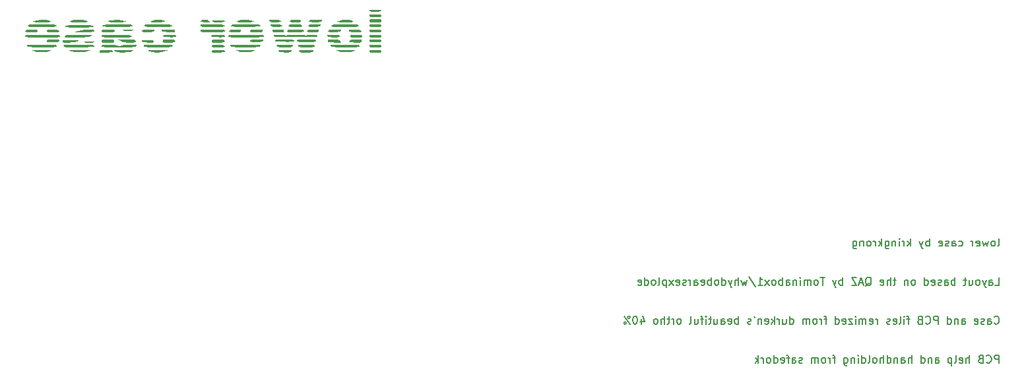
<source format=gbo>
G04 #@! TF.GenerationSoftware,KiCad,Pcbnew,(6.0.6)*
G04 #@! TF.CreationDate,2022-08-19T10:49:20-05:00*
G04 #@! TF.ProjectId,gndplate,676e6470-6c61-4746-952e-6b696361645f,rev?*
G04 #@! TF.SameCoordinates,Original*
G04 #@! TF.FileFunction,Legend,Bot*
G04 #@! TF.FilePolarity,Positive*
%FSLAX46Y46*%
G04 Gerber Fmt 4.6, Leading zero omitted, Abs format (unit mm)*
G04 Created by KiCad (PCBNEW (6.0.6)) date 2022-08-19 10:49:20*
%MOMM*%
%LPD*%
G01*
G04 APERTURE LIST*
%ADD10C,0.150000*%
%ADD11C,3.200000*%
%ADD12R,2.100000X2.100000*%
%ADD13O,2.100000X2.100000*%
G04 APERTURE END LIST*
D10*
X226384404Y-127032380D02*
X226384404Y-126032380D01*
X226003452Y-126032380D01*
X225908214Y-126080000D01*
X225860595Y-126127619D01*
X225812976Y-126222857D01*
X225812976Y-126365714D01*
X225860595Y-126460952D01*
X225908214Y-126508571D01*
X226003452Y-126556190D01*
X226384404Y-126556190D01*
X224812976Y-126937142D02*
X224860595Y-126984761D01*
X225003452Y-127032380D01*
X225098690Y-127032380D01*
X225241547Y-126984761D01*
X225336785Y-126889523D01*
X225384404Y-126794285D01*
X225432023Y-126603809D01*
X225432023Y-126460952D01*
X225384404Y-126270476D01*
X225336785Y-126175238D01*
X225241547Y-126080000D01*
X225098690Y-126032380D01*
X225003452Y-126032380D01*
X224860595Y-126080000D01*
X224812976Y-126127619D01*
X224051071Y-126508571D02*
X223908214Y-126556190D01*
X223860595Y-126603809D01*
X223812976Y-126699047D01*
X223812976Y-126841904D01*
X223860595Y-126937142D01*
X223908214Y-126984761D01*
X224003452Y-127032380D01*
X224384404Y-127032380D01*
X224384404Y-126032380D01*
X224051071Y-126032380D01*
X223955833Y-126080000D01*
X223908214Y-126127619D01*
X223860595Y-126222857D01*
X223860595Y-126318095D01*
X223908214Y-126413333D01*
X223955833Y-126460952D01*
X224051071Y-126508571D01*
X224384404Y-126508571D01*
X222622500Y-127032380D02*
X222622500Y-126032380D01*
X222193928Y-127032380D02*
X222193928Y-126508571D01*
X222241547Y-126413333D01*
X222336785Y-126365714D01*
X222479642Y-126365714D01*
X222574880Y-126413333D01*
X222622500Y-126460952D01*
X221336785Y-126984761D02*
X221432023Y-127032380D01*
X221622500Y-127032380D01*
X221717738Y-126984761D01*
X221765357Y-126889523D01*
X221765357Y-126508571D01*
X221717738Y-126413333D01*
X221622500Y-126365714D01*
X221432023Y-126365714D01*
X221336785Y-126413333D01*
X221289166Y-126508571D01*
X221289166Y-126603809D01*
X221765357Y-126699047D01*
X220717738Y-127032380D02*
X220812976Y-126984761D01*
X220860595Y-126889523D01*
X220860595Y-126032380D01*
X220336785Y-126365714D02*
X220336785Y-127365714D01*
X220336785Y-126413333D02*
X220241547Y-126365714D01*
X220051071Y-126365714D01*
X219955833Y-126413333D01*
X219908214Y-126460952D01*
X219860595Y-126556190D01*
X219860595Y-126841904D01*
X219908214Y-126937142D01*
X219955833Y-126984761D01*
X220051071Y-127032380D01*
X220241547Y-127032380D01*
X220336785Y-126984761D01*
X218241547Y-127032380D02*
X218241547Y-126508571D01*
X218289166Y-126413333D01*
X218384404Y-126365714D01*
X218574880Y-126365714D01*
X218670119Y-126413333D01*
X218241547Y-126984761D02*
X218336785Y-127032380D01*
X218574880Y-127032380D01*
X218670119Y-126984761D01*
X218717738Y-126889523D01*
X218717738Y-126794285D01*
X218670119Y-126699047D01*
X218574880Y-126651428D01*
X218336785Y-126651428D01*
X218241547Y-126603809D01*
X217765357Y-126365714D02*
X217765357Y-127032380D01*
X217765357Y-126460952D02*
X217717738Y-126413333D01*
X217622500Y-126365714D01*
X217479642Y-126365714D01*
X217384404Y-126413333D01*
X217336785Y-126508571D01*
X217336785Y-127032380D01*
X216432023Y-127032380D02*
X216432023Y-126032380D01*
X216432023Y-126984761D02*
X216527261Y-127032380D01*
X216717738Y-127032380D01*
X216812976Y-126984761D01*
X216860595Y-126937142D01*
X216908214Y-126841904D01*
X216908214Y-126556190D01*
X216860595Y-126460952D01*
X216812976Y-126413333D01*
X216717738Y-126365714D01*
X216527261Y-126365714D01*
X216432023Y-126413333D01*
X215193928Y-127032380D02*
X215193928Y-126032380D01*
X214765357Y-127032380D02*
X214765357Y-126508571D01*
X214812976Y-126413333D01*
X214908214Y-126365714D01*
X215051071Y-126365714D01*
X215146309Y-126413333D01*
X215193928Y-126460952D01*
X213860595Y-127032380D02*
X213860595Y-126508571D01*
X213908214Y-126413333D01*
X214003452Y-126365714D01*
X214193928Y-126365714D01*
X214289166Y-126413333D01*
X213860595Y-126984761D02*
X213955833Y-127032380D01*
X214193928Y-127032380D01*
X214289166Y-126984761D01*
X214336785Y-126889523D01*
X214336785Y-126794285D01*
X214289166Y-126699047D01*
X214193928Y-126651428D01*
X213955833Y-126651428D01*
X213860595Y-126603809D01*
X213384404Y-126365714D02*
X213384404Y-127032380D01*
X213384404Y-126460952D02*
X213336785Y-126413333D01*
X213241547Y-126365714D01*
X213098690Y-126365714D01*
X213003452Y-126413333D01*
X212955833Y-126508571D01*
X212955833Y-127032380D01*
X212051071Y-127032380D02*
X212051071Y-126032380D01*
X212051071Y-126984761D02*
X212146309Y-127032380D01*
X212336785Y-127032380D01*
X212432023Y-126984761D01*
X212479642Y-126937142D01*
X212527261Y-126841904D01*
X212527261Y-126556190D01*
X212479642Y-126460952D01*
X212432023Y-126413333D01*
X212336785Y-126365714D01*
X212146309Y-126365714D01*
X212051071Y-126413333D01*
X211574880Y-127032380D02*
X211574880Y-126032380D01*
X211146309Y-127032380D02*
X211146309Y-126508571D01*
X211193928Y-126413333D01*
X211289166Y-126365714D01*
X211432023Y-126365714D01*
X211527261Y-126413333D01*
X211574880Y-126460952D01*
X210527261Y-127032380D02*
X210622500Y-126984761D01*
X210670119Y-126937142D01*
X210717738Y-126841904D01*
X210717738Y-126556190D01*
X210670119Y-126460952D01*
X210622500Y-126413333D01*
X210527261Y-126365714D01*
X210384404Y-126365714D01*
X210289166Y-126413333D01*
X210241547Y-126460952D01*
X210193928Y-126556190D01*
X210193928Y-126841904D01*
X210241547Y-126937142D01*
X210289166Y-126984761D01*
X210384404Y-127032380D01*
X210527261Y-127032380D01*
X209622500Y-127032380D02*
X209717738Y-126984761D01*
X209765357Y-126889523D01*
X209765357Y-126032380D01*
X208812976Y-127032380D02*
X208812976Y-126032380D01*
X208812976Y-126984761D02*
X208908214Y-127032380D01*
X209098690Y-127032380D01*
X209193928Y-126984761D01*
X209241547Y-126937142D01*
X209289166Y-126841904D01*
X209289166Y-126556190D01*
X209241547Y-126460952D01*
X209193928Y-126413333D01*
X209098690Y-126365714D01*
X208908214Y-126365714D01*
X208812976Y-126413333D01*
X208336785Y-127032380D02*
X208336785Y-126365714D01*
X208336785Y-126032380D02*
X208384404Y-126080000D01*
X208336785Y-126127619D01*
X208289166Y-126080000D01*
X208336785Y-126032380D01*
X208336785Y-126127619D01*
X207860595Y-126365714D02*
X207860595Y-127032380D01*
X207860595Y-126460952D02*
X207812976Y-126413333D01*
X207717738Y-126365714D01*
X207574880Y-126365714D01*
X207479642Y-126413333D01*
X207432023Y-126508571D01*
X207432023Y-127032380D01*
X206527261Y-126365714D02*
X206527261Y-127175238D01*
X206574880Y-127270476D01*
X206622500Y-127318095D01*
X206717738Y-127365714D01*
X206860595Y-127365714D01*
X206955833Y-127318095D01*
X206527261Y-126984761D02*
X206622500Y-127032380D01*
X206812976Y-127032380D01*
X206908214Y-126984761D01*
X206955833Y-126937142D01*
X207003452Y-126841904D01*
X207003452Y-126556190D01*
X206955833Y-126460952D01*
X206908214Y-126413333D01*
X206812976Y-126365714D01*
X206622500Y-126365714D01*
X206527261Y-126413333D01*
X205432023Y-126365714D02*
X205051071Y-126365714D01*
X205289166Y-127032380D02*
X205289166Y-126175238D01*
X205241547Y-126080000D01*
X205146309Y-126032380D01*
X205051071Y-126032380D01*
X204717738Y-127032380D02*
X204717738Y-126365714D01*
X204717738Y-126556190D02*
X204670119Y-126460952D01*
X204622500Y-126413333D01*
X204527261Y-126365714D01*
X204432023Y-126365714D01*
X203955833Y-127032380D02*
X204051071Y-126984761D01*
X204098690Y-126937142D01*
X204146309Y-126841904D01*
X204146309Y-126556190D01*
X204098690Y-126460952D01*
X204051071Y-126413333D01*
X203955833Y-126365714D01*
X203812976Y-126365714D01*
X203717738Y-126413333D01*
X203670119Y-126460952D01*
X203622500Y-126556190D01*
X203622500Y-126841904D01*
X203670119Y-126937142D01*
X203717738Y-126984761D01*
X203812976Y-127032380D01*
X203955833Y-127032380D01*
X203193928Y-127032380D02*
X203193928Y-126365714D01*
X203193928Y-126460952D02*
X203146309Y-126413333D01*
X203051071Y-126365714D01*
X202908214Y-126365714D01*
X202812976Y-126413333D01*
X202765357Y-126508571D01*
X202765357Y-127032380D01*
X202765357Y-126508571D02*
X202717738Y-126413333D01*
X202622500Y-126365714D01*
X202479642Y-126365714D01*
X202384404Y-126413333D01*
X202336785Y-126508571D01*
X202336785Y-127032380D01*
X201146309Y-126984761D02*
X201051071Y-127032380D01*
X200860595Y-127032380D01*
X200765357Y-126984761D01*
X200717738Y-126889523D01*
X200717738Y-126841904D01*
X200765357Y-126746666D01*
X200860595Y-126699047D01*
X201003452Y-126699047D01*
X201098690Y-126651428D01*
X201146309Y-126556190D01*
X201146309Y-126508571D01*
X201098690Y-126413333D01*
X201003452Y-126365714D01*
X200860595Y-126365714D01*
X200765357Y-126413333D01*
X199860595Y-127032380D02*
X199860595Y-126508571D01*
X199908214Y-126413333D01*
X200003452Y-126365714D01*
X200193928Y-126365714D01*
X200289166Y-126413333D01*
X199860595Y-126984761D02*
X199955833Y-127032380D01*
X200193928Y-127032380D01*
X200289166Y-126984761D01*
X200336785Y-126889523D01*
X200336785Y-126794285D01*
X200289166Y-126699047D01*
X200193928Y-126651428D01*
X199955833Y-126651428D01*
X199860595Y-126603809D01*
X199527261Y-126365714D02*
X199146309Y-126365714D01*
X199384404Y-127032380D02*
X199384404Y-126175238D01*
X199336785Y-126080000D01*
X199241547Y-126032380D01*
X199146309Y-126032380D01*
X198432023Y-126984761D02*
X198527261Y-127032380D01*
X198717738Y-127032380D01*
X198812976Y-126984761D01*
X198860595Y-126889523D01*
X198860595Y-126508571D01*
X198812976Y-126413333D01*
X198717738Y-126365714D01*
X198527261Y-126365714D01*
X198432023Y-126413333D01*
X198384404Y-126508571D01*
X198384404Y-126603809D01*
X198860595Y-126699047D01*
X197527261Y-127032380D02*
X197527261Y-126032380D01*
X197527261Y-126984761D02*
X197622500Y-127032380D01*
X197812976Y-127032380D01*
X197908214Y-126984761D01*
X197955833Y-126937142D01*
X198003452Y-126841904D01*
X198003452Y-126556190D01*
X197955833Y-126460952D01*
X197908214Y-126413333D01*
X197812976Y-126365714D01*
X197622500Y-126365714D01*
X197527261Y-126413333D01*
X196908214Y-127032380D02*
X197003452Y-126984761D01*
X197051071Y-126937142D01*
X197098690Y-126841904D01*
X197098690Y-126556190D01*
X197051071Y-126460952D01*
X197003452Y-126413333D01*
X196908214Y-126365714D01*
X196765357Y-126365714D01*
X196670119Y-126413333D01*
X196622500Y-126460952D01*
X196574880Y-126556190D01*
X196574880Y-126841904D01*
X196622500Y-126937142D01*
X196670119Y-126984761D01*
X196765357Y-127032380D01*
X196908214Y-127032380D01*
X196146309Y-127032380D02*
X196146309Y-126365714D01*
X196146309Y-126556190D02*
X196098690Y-126460952D01*
X196051071Y-126413333D01*
X195955833Y-126365714D01*
X195860595Y-126365714D01*
X195527261Y-127032380D02*
X195527261Y-126032380D01*
X195432023Y-126651428D02*
X195146309Y-127032380D01*
X195146309Y-126365714D02*
X195527261Y-126746666D01*
X226241547Y-112032380D02*
X226336785Y-111984761D01*
X226384404Y-111889523D01*
X226384404Y-111032380D01*
X225717738Y-112032380D02*
X225812976Y-111984761D01*
X225860595Y-111937142D01*
X225908214Y-111841904D01*
X225908214Y-111556190D01*
X225860595Y-111460952D01*
X225812976Y-111413333D01*
X225717738Y-111365714D01*
X225574880Y-111365714D01*
X225479642Y-111413333D01*
X225432023Y-111460952D01*
X225384404Y-111556190D01*
X225384404Y-111841904D01*
X225432023Y-111937142D01*
X225479642Y-111984761D01*
X225574880Y-112032380D01*
X225717738Y-112032380D01*
X225051071Y-111365714D02*
X224860595Y-112032380D01*
X224670119Y-111556190D01*
X224479642Y-112032380D01*
X224289166Y-111365714D01*
X223527261Y-111984761D02*
X223622500Y-112032380D01*
X223812976Y-112032380D01*
X223908214Y-111984761D01*
X223955833Y-111889523D01*
X223955833Y-111508571D01*
X223908214Y-111413333D01*
X223812976Y-111365714D01*
X223622500Y-111365714D01*
X223527261Y-111413333D01*
X223479642Y-111508571D01*
X223479642Y-111603809D01*
X223955833Y-111699047D01*
X223051071Y-112032380D02*
X223051071Y-111365714D01*
X223051071Y-111556190D02*
X223003452Y-111460952D01*
X222955833Y-111413333D01*
X222860595Y-111365714D01*
X222765357Y-111365714D01*
X221241547Y-111984761D02*
X221336785Y-112032380D01*
X221527261Y-112032380D01*
X221622500Y-111984761D01*
X221670119Y-111937142D01*
X221717738Y-111841904D01*
X221717738Y-111556190D01*
X221670119Y-111460952D01*
X221622500Y-111413333D01*
X221527261Y-111365714D01*
X221336785Y-111365714D01*
X221241547Y-111413333D01*
X220384404Y-112032380D02*
X220384404Y-111508571D01*
X220432023Y-111413333D01*
X220527261Y-111365714D01*
X220717738Y-111365714D01*
X220812976Y-111413333D01*
X220384404Y-111984761D02*
X220479642Y-112032380D01*
X220717738Y-112032380D01*
X220812976Y-111984761D01*
X220860595Y-111889523D01*
X220860595Y-111794285D01*
X220812976Y-111699047D01*
X220717738Y-111651428D01*
X220479642Y-111651428D01*
X220384404Y-111603809D01*
X219955833Y-111984761D02*
X219860595Y-112032380D01*
X219670119Y-112032380D01*
X219574880Y-111984761D01*
X219527261Y-111889523D01*
X219527261Y-111841904D01*
X219574880Y-111746666D01*
X219670119Y-111699047D01*
X219812976Y-111699047D01*
X219908214Y-111651428D01*
X219955833Y-111556190D01*
X219955833Y-111508571D01*
X219908214Y-111413333D01*
X219812976Y-111365714D01*
X219670119Y-111365714D01*
X219574880Y-111413333D01*
X218717738Y-111984761D02*
X218812976Y-112032380D01*
X219003452Y-112032380D01*
X219098690Y-111984761D01*
X219146309Y-111889523D01*
X219146309Y-111508571D01*
X219098690Y-111413333D01*
X219003452Y-111365714D01*
X218812976Y-111365714D01*
X218717738Y-111413333D01*
X218670119Y-111508571D01*
X218670119Y-111603809D01*
X219146309Y-111699047D01*
X217479642Y-112032380D02*
X217479642Y-111032380D01*
X217479642Y-111413333D02*
X217384404Y-111365714D01*
X217193928Y-111365714D01*
X217098690Y-111413333D01*
X217051071Y-111460952D01*
X217003452Y-111556190D01*
X217003452Y-111841904D01*
X217051071Y-111937142D01*
X217098690Y-111984761D01*
X217193928Y-112032380D01*
X217384404Y-112032380D01*
X217479642Y-111984761D01*
X216670119Y-111365714D02*
X216432023Y-112032380D01*
X216193928Y-111365714D02*
X216432023Y-112032380D01*
X216527261Y-112270476D01*
X216574880Y-112318095D01*
X216670119Y-112365714D01*
X215051071Y-112032380D02*
X215051071Y-111032380D01*
X214955833Y-111651428D02*
X214670119Y-112032380D01*
X214670119Y-111365714D02*
X215051071Y-111746666D01*
X214241547Y-112032380D02*
X214241547Y-111365714D01*
X214241547Y-111556190D02*
X214193928Y-111460952D01*
X214146309Y-111413333D01*
X214051071Y-111365714D01*
X213955833Y-111365714D01*
X213622500Y-112032380D02*
X213622500Y-111365714D01*
X213622500Y-111032380D02*
X213670119Y-111080000D01*
X213622500Y-111127619D01*
X213574880Y-111080000D01*
X213622500Y-111032380D01*
X213622500Y-111127619D01*
X213146309Y-111365714D02*
X213146309Y-112032380D01*
X213146309Y-111460952D02*
X213098690Y-111413333D01*
X213003452Y-111365714D01*
X212860595Y-111365714D01*
X212765357Y-111413333D01*
X212717738Y-111508571D01*
X212717738Y-112032380D01*
X211812976Y-111365714D02*
X211812976Y-112175238D01*
X211860595Y-112270476D01*
X211908214Y-112318095D01*
X212003452Y-112365714D01*
X212146309Y-112365714D01*
X212241547Y-112318095D01*
X211812976Y-111984761D02*
X211908214Y-112032380D01*
X212098690Y-112032380D01*
X212193928Y-111984761D01*
X212241547Y-111937142D01*
X212289166Y-111841904D01*
X212289166Y-111556190D01*
X212241547Y-111460952D01*
X212193928Y-111413333D01*
X212098690Y-111365714D01*
X211908214Y-111365714D01*
X211812976Y-111413333D01*
X211336785Y-112032380D02*
X211336785Y-111032380D01*
X211241547Y-111651428D02*
X210955833Y-112032380D01*
X210955833Y-111365714D02*
X211336785Y-111746666D01*
X210527261Y-112032380D02*
X210527261Y-111365714D01*
X210527261Y-111556190D02*
X210479642Y-111460952D01*
X210432023Y-111413333D01*
X210336785Y-111365714D01*
X210241547Y-111365714D01*
X209765357Y-112032380D02*
X209860595Y-111984761D01*
X209908214Y-111937142D01*
X209955833Y-111841904D01*
X209955833Y-111556190D01*
X209908214Y-111460952D01*
X209860595Y-111413333D01*
X209765357Y-111365714D01*
X209622500Y-111365714D01*
X209527261Y-111413333D01*
X209479642Y-111460952D01*
X209432023Y-111556190D01*
X209432023Y-111841904D01*
X209479642Y-111937142D01*
X209527261Y-111984761D01*
X209622500Y-112032380D01*
X209765357Y-112032380D01*
X209003452Y-111365714D02*
X209003452Y-112032380D01*
X209003452Y-111460952D02*
X208955833Y-111413333D01*
X208860595Y-111365714D01*
X208717738Y-111365714D01*
X208622500Y-111413333D01*
X208574880Y-111508571D01*
X208574880Y-112032380D01*
X207670119Y-111365714D02*
X207670119Y-112175238D01*
X207717738Y-112270476D01*
X207765357Y-112318095D01*
X207860595Y-112365714D01*
X208003452Y-112365714D01*
X208098690Y-112318095D01*
X207670119Y-111984761D02*
X207765357Y-112032380D01*
X207955833Y-112032380D01*
X208051071Y-111984761D01*
X208098690Y-111937142D01*
X208146309Y-111841904D01*
X208146309Y-111556190D01*
X208098690Y-111460952D01*
X208051071Y-111413333D01*
X207955833Y-111365714D01*
X207765357Y-111365714D01*
X207670119Y-111413333D01*
X225812976Y-121937142D02*
X225860595Y-121984761D01*
X226003452Y-122032380D01*
X226098690Y-122032380D01*
X226241547Y-121984761D01*
X226336785Y-121889523D01*
X226384404Y-121794285D01*
X226432023Y-121603809D01*
X226432023Y-121460952D01*
X226384404Y-121270476D01*
X226336785Y-121175238D01*
X226241547Y-121080000D01*
X226098690Y-121032380D01*
X226003452Y-121032380D01*
X225860595Y-121080000D01*
X225812976Y-121127619D01*
X224955833Y-122032380D02*
X224955833Y-121508571D01*
X225003452Y-121413333D01*
X225098690Y-121365714D01*
X225289166Y-121365714D01*
X225384404Y-121413333D01*
X224955833Y-121984761D02*
X225051071Y-122032380D01*
X225289166Y-122032380D01*
X225384404Y-121984761D01*
X225432023Y-121889523D01*
X225432023Y-121794285D01*
X225384404Y-121699047D01*
X225289166Y-121651428D01*
X225051071Y-121651428D01*
X224955833Y-121603809D01*
X224527261Y-121984761D02*
X224432023Y-122032380D01*
X224241547Y-122032380D01*
X224146309Y-121984761D01*
X224098690Y-121889523D01*
X224098690Y-121841904D01*
X224146309Y-121746666D01*
X224241547Y-121699047D01*
X224384404Y-121699047D01*
X224479642Y-121651428D01*
X224527261Y-121556190D01*
X224527261Y-121508571D01*
X224479642Y-121413333D01*
X224384404Y-121365714D01*
X224241547Y-121365714D01*
X224146309Y-121413333D01*
X223289166Y-121984761D02*
X223384404Y-122032380D01*
X223574880Y-122032380D01*
X223670119Y-121984761D01*
X223717738Y-121889523D01*
X223717738Y-121508571D01*
X223670119Y-121413333D01*
X223574880Y-121365714D01*
X223384404Y-121365714D01*
X223289166Y-121413333D01*
X223241547Y-121508571D01*
X223241547Y-121603809D01*
X223717738Y-121699047D01*
X221622500Y-122032380D02*
X221622500Y-121508571D01*
X221670119Y-121413333D01*
X221765357Y-121365714D01*
X221955833Y-121365714D01*
X222051071Y-121413333D01*
X221622500Y-121984761D02*
X221717738Y-122032380D01*
X221955833Y-122032380D01*
X222051071Y-121984761D01*
X222098690Y-121889523D01*
X222098690Y-121794285D01*
X222051071Y-121699047D01*
X221955833Y-121651428D01*
X221717738Y-121651428D01*
X221622500Y-121603809D01*
X221146309Y-121365714D02*
X221146309Y-122032380D01*
X221146309Y-121460952D02*
X221098690Y-121413333D01*
X221003452Y-121365714D01*
X220860595Y-121365714D01*
X220765357Y-121413333D01*
X220717738Y-121508571D01*
X220717738Y-122032380D01*
X219812976Y-122032380D02*
X219812976Y-121032380D01*
X219812976Y-121984761D02*
X219908214Y-122032380D01*
X220098690Y-122032380D01*
X220193928Y-121984761D01*
X220241547Y-121937142D01*
X220289166Y-121841904D01*
X220289166Y-121556190D01*
X220241547Y-121460952D01*
X220193928Y-121413333D01*
X220098690Y-121365714D01*
X219908214Y-121365714D01*
X219812976Y-121413333D01*
X218574880Y-122032380D02*
X218574880Y-121032380D01*
X218193928Y-121032380D01*
X218098690Y-121080000D01*
X218051071Y-121127619D01*
X218003452Y-121222857D01*
X218003452Y-121365714D01*
X218051071Y-121460952D01*
X218098690Y-121508571D01*
X218193928Y-121556190D01*
X218574880Y-121556190D01*
X217003452Y-121937142D02*
X217051071Y-121984761D01*
X217193928Y-122032380D01*
X217289166Y-122032380D01*
X217432023Y-121984761D01*
X217527261Y-121889523D01*
X217574880Y-121794285D01*
X217622500Y-121603809D01*
X217622500Y-121460952D01*
X217574880Y-121270476D01*
X217527261Y-121175238D01*
X217432023Y-121080000D01*
X217289166Y-121032380D01*
X217193928Y-121032380D01*
X217051071Y-121080000D01*
X217003452Y-121127619D01*
X216241547Y-121508571D02*
X216098690Y-121556190D01*
X216051071Y-121603809D01*
X216003452Y-121699047D01*
X216003452Y-121841904D01*
X216051071Y-121937142D01*
X216098690Y-121984761D01*
X216193928Y-122032380D01*
X216574880Y-122032380D01*
X216574880Y-121032380D01*
X216241547Y-121032380D01*
X216146309Y-121080000D01*
X216098690Y-121127619D01*
X216051071Y-121222857D01*
X216051071Y-121318095D01*
X216098690Y-121413333D01*
X216146309Y-121460952D01*
X216241547Y-121508571D01*
X216574880Y-121508571D01*
X214955833Y-121365714D02*
X214574880Y-121365714D01*
X214812976Y-122032380D02*
X214812976Y-121175238D01*
X214765357Y-121080000D01*
X214670119Y-121032380D01*
X214574880Y-121032380D01*
X214241547Y-122032380D02*
X214241547Y-121365714D01*
X214241547Y-121032380D02*
X214289166Y-121080000D01*
X214241547Y-121127619D01*
X214193928Y-121080000D01*
X214241547Y-121032380D01*
X214241547Y-121127619D01*
X213622500Y-122032380D02*
X213717738Y-121984761D01*
X213765357Y-121889523D01*
X213765357Y-121032380D01*
X212860595Y-121984761D02*
X212955833Y-122032380D01*
X213146309Y-122032380D01*
X213241547Y-121984761D01*
X213289166Y-121889523D01*
X213289166Y-121508571D01*
X213241547Y-121413333D01*
X213146309Y-121365714D01*
X212955833Y-121365714D01*
X212860595Y-121413333D01*
X212812976Y-121508571D01*
X212812976Y-121603809D01*
X213289166Y-121699047D01*
X212432023Y-121984761D02*
X212336785Y-122032380D01*
X212146309Y-122032380D01*
X212051071Y-121984761D01*
X212003452Y-121889523D01*
X212003452Y-121841904D01*
X212051071Y-121746666D01*
X212146309Y-121699047D01*
X212289166Y-121699047D01*
X212384404Y-121651428D01*
X212432023Y-121556190D01*
X212432023Y-121508571D01*
X212384404Y-121413333D01*
X212289166Y-121365714D01*
X212146309Y-121365714D01*
X212051071Y-121413333D01*
X210812976Y-122032380D02*
X210812976Y-121365714D01*
X210812976Y-121556190D02*
X210765357Y-121460952D01*
X210717738Y-121413333D01*
X210622500Y-121365714D01*
X210527261Y-121365714D01*
X209812976Y-121984761D02*
X209908214Y-122032380D01*
X210098690Y-122032380D01*
X210193928Y-121984761D01*
X210241547Y-121889523D01*
X210241547Y-121508571D01*
X210193928Y-121413333D01*
X210098690Y-121365714D01*
X209908214Y-121365714D01*
X209812976Y-121413333D01*
X209765357Y-121508571D01*
X209765357Y-121603809D01*
X210241547Y-121699047D01*
X209336785Y-122032380D02*
X209336785Y-121365714D01*
X209336785Y-121460952D02*
X209289166Y-121413333D01*
X209193928Y-121365714D01*
X209051071Y-121365714D01*
X208955833Y-121413333D01*
X208908214Y-121508571D01*
X208908214Y-122032380D01*
X208908214Y-121508571D02*
X208860595Y-121413333D01*
X208765357Y-121365714D01*
X208622500Y-121365714D01*
X208527261Y-121413333D01*
X208479642Y-121508571D01*
X208479642Y-122032380D01*
X208003452Y-122032380D02*
X208003452Y-121365714D01*
X208003452Y-121032380D02*
X208051071Y-121080000D01*
X208003452Y-121127619D01*
X207955833Y-121080000D01*
X208003452Y-121032380D01*
X208003452Y-121127619D01*
X207622500Y-121365714D02*
X207098690Y-121365714D01*
X207622500Y-122032380D01*
X207098690Y-122032380D01*
X206336785Y-121984761D02*
X206432023Y-122032380D01*
X206622500Y-122032380D01*
X206717738Y-121984761D01*
X206765357Y-121889523D01*
X206765357Y-121508571D01*
X206717738Y-121413333D01*
X206622500Y-121365714D01*
X206432023Y-121365714D01*
X206336785Y-121413333D01*
X206289166Y-121508571D01*
X206289166Y-121603809D01*
X206765357Y-121699047D01*
X205432023Y-122032380D02*
X205432023Y-121032380D01*
X205432023Y-121984761D02*
X205527261Y-122032380D01*
X205717738Y-122032380D01*
X205812976Y-121984761D01*
X205860595Y-121937142D01*
X205908214Y-121841904D01*
X205908214Y-121556190D01*
X205860595Y-121460952D01*
X205812976Y-121413333D01*
X205717738Y-121365714D01*
X205527261Y-121365714D01*
X205432023Y-121413333D01*
X204336785Y-121365714D02*
X203955833Y-121365714D01*
X204193928Y-122032380D02*
X204193928Y-121175238D01*
X204146309Y-121080000D01*
X204051071Y-121032380D01*
X203955833Y-121032380D01*
X203622500Y-122032380D02*
X203622500Y-121365714D01*
X203622500Y-121556190D02*
X203574880Y-121460952D01*
X203527261Y-121413333D01*
X203432023Y-121365714D01*
X203336785Y-121365714D01*
X202860595Y-122032380D02*
X202955833Y-121984761D01*
X203003452Y-121937142D01*
X203051071Y-121841904D01*
X203051071Y-121556190D01*
X203003452Y-121460952D01*
X202955833Y-121413333D01*
X202860595Y-121365714D01*
X202717738Y-121365714D01*
X202622500Y-121413333D01*
X202574880Y-121460952D01*
X202527261Y-121556190D01*
X202527261Y-121841904D01*
X202574880Y-121937142D01*
X202622500Y-121984761D01*
X202717738Y-122032380D01*
X202860595Y-122032380D01*
X202098690Y-122032380D02*
X202098690Y-121365714D01*
X202098690Y-121460952D02*
X202051071Y-121413333D01*
X201955833Y-121365714D01*
X201812976Y-121365714D01*
X201717738Y-121413333D01*
X201670119Y-121508571D01*
X201670119Y-122032380D01*
X201670119Y-121508571D02*
X201622500Y-121413333D01*
X201527261Y-121365714D01*
X201384404Y-121365714D01*
X201289166Y-121413333D01*
X201241547Y-121508571D01*
X201241547Y-122032380D01*
X199574880Y-122032380D02*
X199574880Y-121032380D01*
X199574880Y-121984761D02*
X199670119Y-122032380D01*
X199860595Y-122032380D01*
X199955833Y-121984761D01*
X200003452Y-121937142D01*
X200051071Y-121841904D01*
X200051071Y-121556190D01*
X200003452Y-121460952D01*
X199955833Y-121413333D01*
X199860595Y-121365714D01*
X199670119Y-121365714D01*
X199574880Y-121413333D01*
X198670119Y-121365714D02*
X198670119Y-122032380D01*
X199098690Y-121365714D02*
X199098690Y-121889523D01*
X199051071Y-121984761D01*
X198955833Y-122032380D01*
X198812976Y-122032380D01*
X198717738Y-121984761D01*
X198670119Y-121937142D01*
X198193928Y-122032380D02*
X198193928Y-121365714D01*
X198193928Y-121556190D02*
X198146309Y-121460952D01*
X198098690Y-121413333D01*
X198003452Y-121365714D01*
X197908214Y-121365714D01*
X197574880Y-122032380D02*
X197574880Y-121032380D01*
X197479642Y-121651428D02*
X197193928Y-122032380D01*
X197193928Y-121365714D02*
X197574880Y-121746666D01*
X196384404Y-121984761D02*
X196479642Y-122032380D01*
X196670119Y-122032380D01*
X196765357Y-121984761D01*
X196812976Y-121889523D01*
X196812976Y-121508571D01*
X196765357Y-121413333D01*
X196670119Y-121365714D01*
X196479642Y-121365714D01*
X196384404Y-121413333D01*
X196336785Y-121508571D01*
X196336785Y-121603809D01*
X196812976Y-121699047D01*
X195908214Y-121365714D02*
X195908214Y-122032380D01*
X195908214Y-121460952D02*
X195860595Y-121413333D01*
X195765357Y-121365714D01*
X195622500Y-121365714D01*
X195527261Y-121413333D01*
X195479642Y-121508571D01*
X195479642Y-122032380D01*
X194955833Y-121032380D02*
X195051071Y-121222857D01*
X194574880Y-121984761D02*
X194479642Y-122032380D01*
X194289166Y-122032380D01*
X194193928Y-121984761D01*
X194146309Y-121889523D01*
X194146309Y-121841904D01*
X194193928Y-121746666D01*
X194289166Y-121699047D01*
X194432023Y-121699047D01*
X194527261Y-121651428D01*
X194574880Y-121556190D01*
X194574880Y-121508571D01*
X194527261Y-121413333D01*
X194432023Y-121365714D01*
X194289166Y-121365714D01*
X194193928Y-121413333D01*
X192955833Y-122032380D02*
X192955833Y-121032380D01*
X192955833Y-121413333D02*
X192860595Y-121365714D01*
X192670119Y-121365714D01*
X192574880Y-121413333D01*
X192527261Y-121460952D01*
X192479642Y-121556190D01*
X192479642Y-121841904D01*
X192527261Y-121937142D01*
X192574880Y-121984761D01*
X192670119Y-122032380D01*
X192860595Y-122032380D01*
X192955833Y-121984761D01*
X191670119Y-121984761D02*
X191765357Y-122032380D01*
X191955833Y-122032380D01*
X192051071Y-121984761D01*
X192098690Y-121889523D01*
X192098690Y-121508571D01*
X192051071Y-121413333D01*
X191955833Y-121365714D01*
X191765357Y-121365714D01*
X191670119Y-121413333D01*
X191622500Y-121508571D01*
X191622500Y-121603809D01*
X192098690Y-121699047D01*
X190765357Y-122032380D02*
X190765357Y-121508571D01*
X190812976Y-121413333D01*
X190908214Y-121365714D01*
X191098690Y-121365714D01*
X191193928Y-121413333D01*
X190765357Y-121984761D02*
X190860595Y-122032380D01*
X191098690Y-122032380D01*
X191193928Y-121984761D01*
X191241547Y-121889523D01*
X191241547Y-121794285D01*
X191193928Y-121699047D01*
X191098690Y-121651428D01*
X190860595Y-121651428D01*
X190765357Y-121603809D01*
X189860595Y-121365714D02*
X189860595Y-122032380D01*
X190289166Y-121365714D02*
X190289166Y-121889523D01*
X190241547Y-121984761D01*
X190146309Y-122032380D01*
X190003452Y-122032380D01*
X189908214Y-121984761D01*
X189860595Y-121937142D01*
X189527261Y-121365714D02*
X189146309Y-121365714D01*
X189384404Y-121032380D02*
X189384404Y-121889523D01*
X189336785Y-121984761D01*
X189241547Y-122032380D01*
X189146309Y-122032380D01*
X188812976Y-122032380D02*
X188812976Y-121365714D01*
X188812976Y-121032380D02*
X188860595Y-121080000D01*
X188812976Y-121127619D01*
X188765357Y-121080000D01*
X188812976Y-121032380D01*
X188812976Y-121127619D01*
X188479642Y-121365714D02*
X188098690Y-121365714D01*
X188336785Y-122032380D02*
X188336785Y-121175238D01*
X188289166Y-121080000D01*
X188193928Y-121032380D01*
X188098690Y-121032380D01*
X187336785Y-121365714D02*
X187336785Y-122032380D01*
X187765357Y-121365714D02*
X187765357Y-121889523D01*
X187717738Y-121984761D01*
X187622500Y-122032380D01*
X187479642Y-122032380D01*
X187384404Y-121984761D01*
X187336785Y-121937142D01*
X186717738Y-122032380D02*
X186812976Y-121984761D01*
X186860595Y-121889523D01*
X186860595Y-121032380D01*
X185432023Y-122032380D02*
X185527261Y-121984761D01*
X185574880Y-121937142D01*
X185622500Y-121841904D01*
X185622500Y-121556190D01*
X185574880Y-121460952D01*
X185527261Y-121413333D01*
X185432023Y-121365714D01*
X185289166Y-121365714D01*
X185193928Y-121413333D01*
X185146309Y-121460952D01*
X185098690Y-121556190D01*
X185098690Y-121841904D01*
X185146309Y-121937142D01*
X185193928Y-121984761D01*
X185289166Y-122032380D01*
X185432023Y-122032380D01*
X184670119Y-122032380D02*
X184670119Y-121365714D01*
X184670119Y-121556190D02*
X184622500Y-121460952D01*
X184574880Y-121413333D01*
X184479642Y-121365714D01*
X184384404Y-121365714D01*
X184193928Y-121365714D02*
X183812976Y-121365714D01*
X184051071Y-121032380D02*
X184051071Y-121889523D01*
X184003452Y-121984761D01*
X183908214Y-122032380D01*
X183812976Y-122032380D01*
X183479642Y-122032380D02*
X183479642Y-121032380D01*
X183051071Y-122032380D02*
X183051071Y-121508571D01*
X183098690Y-121413333D01*
X183193928Y-121365714D01*
X183336785Y-121365714D01*
X183432023Y-121413333D01*
X183479642Y-121460952D01*
X182432023Y-122032380D02*
X182527261Y-121984761D01*
X182574880Y-121937142D01*
X182622500Y-121841904D01*
X182622500Y-121556190D01*
X182574880Y-121460952D01*
X182527261Y-121413333D01*
X182432023Y-121365714D01*
X182289166Y-121365714D01*
X182193928Y-121413333D01*
X182146309Y-121460952D01*
X182098690Y-121556190D01*
X182098690Y-121841904D01*
X182146309Y-121937142D01*
X182193928Y-121984761D01*
X182289166Y-122032380D01*
X182432023Y-122032380D01*
X180479642Y-121365714D02*
X180479642Y-122032380D01*
X180717738Y-120984761D02*
X180955833Y-121699047D01*
X180336785Y-121699047D01*
X179765357Y-121032380D02*
X179670119Y-121032380D01*
X179574880Y-121080000D01*
X179527261Y-121127619D01*
X179479642Y-121222857D01*
X179432023Y-121413333D01*
X179432023Y-121651428D01*
X179479642Y-121841904D01*
X179527261Y-121937142D01*
X179574880Y-121984761D01*
X179670119Y-122032380D01*
X179765357Y-122032380D01*
X179860595Y-121984761D01*
X179908214Y-121937142D01*
X179955833Y-121841904D01*
X180003452Y-121651428D01*
X180003452Y-121413333D01*
X179955833Y-121222857D01*
X179908214Y-121127619D01*
X179860595Y-121080000D01*
X179765357Y-121032380D01*
X179051071Y-122032380D02*
X178289166Y-121032380D01*
X178908214Y-121032380D02*
X178812976Y-121080000D01*
X178765357Y-121175238D01*
X178812976Y-121270476D01*
X178908214Y-121318095D01*
X179003452Y-121270476D01*
X179051071Y-121175238D01*
X179003452Y-121080000D01*
X178908214Y-121032380D01*
X178336785Y-121984761D02*
X178289166Y-121889523D01*
X178336785Y-121794285D01*
X178432023Y-121746666D01*
X178527261Y-121794285D01*
X178574880Y-121889523D01*
X178527261Y-121984761D01*
X178432023Y-122032380D01*
X178336785Y-121984761D01*
X225908214Y-117032380D02*
X226384404Y-117032380D01*
X226384404Y-116032380D01*
X225146309Y-117032380D02*
X225146309Y-116508571D01*
X225193928Y-116413333D01*
X225289166Y-116365714D01*
X225479642Y-116365714D01*
X225574880Y-116413333D01*
X225146309Y-116984761D02*
X225241547Y-117032380D01*
X225479642Y-117032380D01*
X225574880Y-116984761D01*
X225622500Y-116889523D01*
X225622500Y-116794285D01*
X225574880Y-116699047D01*
X225479642Y-116651428D01*
X225241547Y-116651428D01*
X225146309Y-116603809D01*
X224765357Y-116365714D02*
X224527261Y-117032380D01*
X224289166Y-116365714D02*
X224527261Y-117032380D01*
X224622500Y-117270476D01*
X224670119Y-117318095D01*
X224765357Y-117365714D01*
X223765357Y-117032380D02*
X223860595Y-116984761D01*
X223908214Y-116937142D01*
X223955833Y-116841904D01*
X223955833Y-116556190D01*
X223908214Y-116460952D01*
X223860595Y-116413333D01*
X223765357Y-116365714D01*
X223622500Y-116365714D01*
X223527261Y-116413333D01*
X223479642Y-116460952D01*
X223432023Y-116556190D01*
X223432023Y-116841904D01*
X223479642Y-116937142D01*
X223527261Y-116984761D01*
X223622500Y-117032380D01*
X223765357Y-117032380D01*
X222574880Y-116365714D02*
X222574880Y-117032380D01*
X223003452Y-116365714D02*
X223003452Y-116889523D01*
X222955833Y-116984761D01*
X222860595Y-117032380D01*
X222717738Y-117032380D01*
X222622500Y-116984761D01*
X222574880Y-116937142D01*
X222241547Y-116365714D02*
X221860595Y-116365714D01*
X222098690Y-116032380D02*
X222098690Y-116889523D01*
X222051071Y-116984761D01*
X221955833Y-117032380D01*
X221860595Y-117032380D01*
X220765357Y-117032380D02*
X220765357Y-116032380D01*
X220765357Y-116413333D02*
X220670119Y-116365714D01*
X220479642Y-116365714D01*
X220384404Y-116413333D01*
X220336785Y-116460952D01*
X220289166Y-116556190D01*
X220289166Y-116841904D01*
X220336785Y-116937142D01*
X220384404Y-116984761D01*
X220479642Y-117032380D01*
X220670119Y-117032380D01*
X220765357Y-116984761D01*
X219432023Y-117032380D02*
X219432023Y-116508571D01*
X219479642Y-116413333D01*
X219574880Y-116365714D01*
X219765357Y-116365714D01*
X219860595Y-116413333D01*
X219432023Y-116984761D02*
X219527261Y-117032380D01*
X219765357Y-117032380D01*
X219860595Y-116984761D01*
X219908214Y-116889523D01*
X219908214Y-116794285D01*
X219860595Y-116699047D01*
X219765357Y-116651428D01*
X219527261Y-116651428D01*
X219432023Y-116603809D01*
X219003452Y-116984761D02*
X218908214Y-117032380D01*
X218717738Y-117032380D01*
X218622500Y-116984761D01*
X218574880Y-116889523D01*
X218574880Y-116841904D01*
X218622500Y-116746666D01*
X218717738Y-116699047D01*
X218860595Y-116699047D01*
X218955833Y-116651428D01*
X219003452Y-116556190D01*
X219003452Y-116508571D01*
X218955833Y-116413333D01*
X218860595Y-116365714D01*
X218717738Y-116365714D01*
X218622500Y-116413333D01*
X217765357Y-116984761D02*
X217860595Y-117032380D01*
X218051071Y-117032380D01*
X218146309Y-116984761D01*
X218193928Y-116889523D01*
X218193928Y-116508571D01*
X218146309Y-116413333D01*
X218051071Y-116365714D01*
X217860595Y-116365714D01*
X217765357Y-116413333D01*
X217717738Y-116508571D01*
X217717738Y-116603809D01*
X218193928Y-116699047D01*
X216860595Y-117032380D02*
X216860595Y-116032380D01*
X216860595Y-116984761D02*
X216955833Y-117032380D01*
X217146309Y-117032380D01*
X217241547Y-116984761D01*
X217289166Y-116937142D01*
X217336785Y-116841904D01*
X217336785Y-116556190D01*
X217289166Y-116460952D01*
X217241547Y-116413333D01*
X217146309Y-116365714D01*
X216955833Y-116365714D01*
X216860595Y-116413333D01*
X215479642Y-117032380D02*
X215574880Y-116984761D01*
X215622500Y-116937142D01*
X215670119Y-116841904D01*
X215670119Y-116556190D01*
X215622500Y-116460952D01*
X215574880Y-116413333D01*
X215479642Y-116365714D01*
X215336785Y-116365714D01*
X215241547Y-116413333D01*
X215193928Y-116460952D01*
X215146309Y-116556190D01*
X215146309Y-116841904D01*
X215193928Y-116937142D01*
X215241547Y-116984761D01*
X215336785Y-117032380D01*
X215479642Y-117032380D01*
X214717738Y-116365714D02*
X214717738Y-117032380D01*
X214717738Y-116460952D02*
X214670119Y-116413333D01*
X214574880Y-116365714D01*
X214432023Y-116365714D01*
X214336785Y-116413333D01*
X214289166Y-116508571D01*
X214289166Y-117032380D01*
X213193928Y-116365714D02*
X212812976Y-116365714D01*
X213051071Y-116032380D02*
X213051071Y-116889523D01*
X213003452Y-116984761D01*
X212908214Y-117032380D01*
X212812976Y-117032380D01*
X212479642Y-117032380D02*
X212479642Y-116032380D01*
X212051071Y-117032380D02*
X212051071Y-116508571D01*
X212098690Y-116413333D01*
X212193928Y-116365714D01*
X212336785Y-116365714D01*
X212432023Y-116413333D01*
X212479642Y-116460952D01*
X211193928Y-116984761D02*
X211289166Y-117032380D01*
X211479642Y-117032380D01*
X211574880Y-116984761D01*
X211622500Y-116889523D01*
X211622500Y-116508571D01*
X211574880Y-116413333D01*
X211479642Y-116365714D01*
X211289166Y-116365714D01*
X211193928Y-116413333D01*
X211146309Y-116508571D01*
X211146309Y-116603809D01*
X211622500Y-116699047D01*
X209289166Y-117127619D02*
X209384404Y-117080000D01*
X209479642Y-116984761D01*
X209622500Y-116841904D01*
X209717738Y-116794285D01*
X209812976Y-116794285D01*
X209765357Y-117032380D02*
X209860595Y-116984761D01*
X209955833Y-116889523D01*
X210003452Y-116699047D01*
X210003452Y-116365714D01*
X209955833Y-116175238D01*
X209860595Y-116080000D01*
X209765357Y-116032380D01*
X209574880Y-116032380D01*
X209479642Y-116080000D01*
X209384404Y-116175238D01*
X209336785Y-116365714D01*
X209336785Y-116699047D01*
X209384404Y-116889523D01*
X209479642Y-116984761D01*
X209574880Y-117032380D01*
X209765357Y-117032380D01*
X208955833Y-116746666D02*
X208479642Y-116746666D01*
X209051071Y-117032380D02*
X208717738Y-116032380D01*
X208384404Y-117032380D01*
X208146309Y-116032380D02*
X207479642Y-116032380D01*
X208146309Y-117032380D01*
X207479642Y-117032380D01*
X206336785Y-117032380D02*
X206336785Y-116032380D01*
X206336785Y-116413333D02*
X206241547Y-116365714D01*
X206051071Y-116365714D01*
X205955833Y-116413333D01*
X205908214Y-116460952D01*
X205860595Y-116556190D01*
X205860595Y-116841904D01*
X205908214Y-116937142D01*
X205955833Y-116984761D01*
X206051071Y-117032380D01*
X206241547Y-117032380D01*
X206336785Y-116984761D01*
X205527261Y-116365714D02*
X205289166Y-117032380D01*
X205051071Y-116365714D02*
X205289166Y-117032380D01*
X205384404Y-117270476D01*
X205432023Y-117318095D01*
X205527261Y-117365714D01*
X204051071Y-116032380D02*
X203479642Y-116032380D01*
X203765357Y-117032380D02*
X203765357Y-116032380D01*
X203003452Y-117032380D02*
X203098690Y-116984761D01*
X203146309Y-116937142D01*
X203193928Y-116841904D01*
X203193928Y-116556190D01*
X203146309Y-116460952D01*
X203098690Y-116413333D01*
X203003452Y-116365714D01*
X202860595Y-116365714D01*
X202765357Y-116413333D01*
X202717738Y-116460952D01*
X202670119Y-116556190D01*
X202670119Y-116841904D01*
X202717738Y-116937142D01*
X202765357Y-116984761D01*
X202860595Y-117032380D01*
X203003452Y-117032380D01*
X202241547Y-117032380D02*
X202241547Y-116365714D01*
X202241547Y-116460952D02*
X202193928Y-116413333D01*
X202098690Y-116365714D01*
X201955833Y-116365714D01*
X201860595Y-116413333D01*
X201812976Y-116508571D01*
X201812976Y-117032380D01*
X201812976Y-116508571D02*
X201765357Y-116413333D01*
X201670119Y-116365714D01*
X201527261Y-116365714D01*
X201432023Y-116413333D01*
X201384404Y-116508571D01*
X201384404Y-117032380D01*
X200908214Y-117032380D02*
X200908214Y-116365714D01*
X200908214Y-116032380D02*
X200955833Y-116080000D01*
X200908214Y-116127619D01*
X200860595Y-116080000D01*
X200908214Y-116032380D01*
X200908214Y-116127619D01*
X200432023Y-116365714D02*
X200432023Y-117032380D01*
X200432023Y-116460952D02*
X200384404Y-116413333D01*
X200289166Y-116365714D01*
X200146309Y-116365714D01*
X200051071Y-116413333D01*
X200003452Y-116508571D01*
X200003452Y-117032380D01*
X199098690Y-117032380D02*
X199098690Y-116508571D01*
X199146309Y-116413333D01*
X199241547Y-116365714D01*
X199432023Y-116365714D01*
X199527261Y-116413333D01*
X199098690Y-116984761D02*
X199193928Y-117032380D01*
X199432023Y-117032380D01*
X199527261Y-116984761D01*
X199574880Y-116889523D01*
X199574880Y-116794285D01*
X199527261Y-116699047D01*
X199432023Y-116651428D01*
X199193928Y-116651428D01*
X199098690Y-116603809D01*
X198622500Y-117032380D02*
X198622500Y-116032380D01*
X198622500Y-116413333D02*
X198527261Y-116365714D01*
X198336785Y-116365714D01*
X198241547Y-116413333D01*
X198193928Y-116460952D01*
X198146309Y-116556190D01*
X198146309Y-116841904D01*
X198193928Y-116937142D01*
X198241547Y-116984761D01*
X198336785Y-117032380D01*
X198527261Y-117032380D01*
X198622500Y-116984761D01*
X197574880Y-117032380D02*
X197670119Y-116984761D01*
X197717738Y-116937142D01*
X197765357Y-116841904D01*
X197765357Y-116556190D01*
X197717738Y-116460952D01*
X197670119Y-116413333D01*
X197574880Y-116365714D01*
X197432023Y-116365714D01*
X197336785Y-116413333D01*
X197289166Y-116460952D01*
X197241547Y-116556190D01*
X197241547Y-116841904D01*
X197289166Y-116937142D01*
X197336785Y-116984761D01*
X197432023Y-117032380D01*
X197574880Y-117032380D01*
X196908214Y-117032380D02*
X196384404Y-116365714D01*
X196908214Y-116365714D02*
X196384404Y-117032380D01*
X195479642Y-117032380D02*
X196051071Y-117032380D01*
X195765357Y-117032380D02*
X195765357Y-116032380D01*
X195860595Y-116175238D01*
X195955833Y-116270476D01*
X196051071Y-116318095D01*
X194336785Y-115984761D02*
X195193928Y-117270476D01*
X194098690Y-116365714D02*
X193908214Y-117032380D01*
X193717738Y-116556190D01*
X193527261Y-117032380D01*
X193336785Y-116365714D01*
X192955833Y-117032380D02*
X192955833Y-116032380D01*
X192527261Y-117032380D02*
X192527261Y-116508571D01*
X192574880Y-116413333D01*
X192670119Y-116365714D01*
X192812976Y-116365714D01*
X192908214Y-116413333D01*
X192955833Y-116460952D01*
X192146309Y-116365714D02*
X191908214Y-117032380D01*
X191670119Y-116365714D02*
X191908214Y-117032380D01*
X192003452Y-117270476D01*
X192051071Y-117318095D01*
X192146309Y-117365714D01*
X190860595Y-117032380D02*
X190860595Y-116032380D01*
X190860595Y-116984761D02*
X190955833Y-117032380D01*
X191146309Y-117032380D01*
X191241547Y-116984761D01*
X191289166Y-116937142D01*
X191336785Y-116841904D01*
X191336785Y-116556190D01*
X191289166Y-116460952D01*
X191241547Y-116413333D01*
X191146309Y-116365714D01*
X190955833Y-116365714D01*
X190860595Y-116413333D01*
X190241547Y-117032380D02*
X190336785Y-116984761D01*
X190384404Y-116937142D01*
X190432023Y-116841904D01*
X190432023Y-116556190D01*
X190384404Y-116460952D01*
X190336785Y-116413333D01*
X190241547Y-116365714D01*
X190098690Y-116365714D01*
X190003452Y-116413333D01*
X189955833Y-116460952D01*
X189908214Y-116556190D01*
X189908214Y-116841904D01*
X189955833Y-116937142D01*
X190003452Y-116984761D01*
X190098690Y-117032380D01*
X190241547Y-117032380D01*
X189479642Y-117032380D02*
X189479642Y-116032380D01*
X189479642Y-116413333D02*
X189384404Y-116365714D01*
X189193928Y-116365714D01*
X189098690Y-116413333D01*
X189051071Y-116460952D01*
X189003452Y-116556190D01*
X189003452Y-116841904D01*
X189051071Y-116937142D01*
X189098690Y-116984761D01*
X189193928Y-117032380D01*
X189384404Y-117032380D01*
X189479642Y-116984761D01*
X188193928Y-116984761D02*
X188289166Y-117032380D01*
X188479642Y-117032380D01*
X188574880Y-116984761D01*
X188622500Y-116889523D01*
X188622500Y-116508571D01*
X188574880Y-116413333D01*
X188479642Y-116365714D01*
X188289166Y-116365714D01*
X188193928Y-116413333D01*
X188146309Y-116508571D01*
X188146309Y-116603809D01*
X188622500Y-116699047D01*
X187289166Y-117032380D02*
X187289166Y-116508571D01*
X187336785Y-116413333D01*
X187432023Y-116365714D01*
X187622500Y-116365714D01*
X187717738Y-116413333D01*
X187289166Y-116984761D02*
X187384404Y-117032380D01*
X187622500Y-117032380D01*
X187717738Y-116984761D01*
X187765357Y-116889523D01*
X187765357Y-116794285D01*
X187717738Y-116699047D01*
X187622500Y-116651428D01*
X187384404Y-116651428D01*
X187289166Y-116603809D01*
X186812976Y-117032380D02*
X186812976Y-116365714D01*
X186812976Y-116556190D02*
X186765357Y-116460952D01*
X186717738Y-116413333D01*
X186622500Y-116365714D01*
X186527261Y-116365714D01*
X186241547Y-116984761D02*
X186146309Y-117032380D01*
X185955833Y-117032380D01*
X185860595Y-116984761D01*
X185812976Y-116889523D01*
X185812976Y-116841904D01*
X185860595Y-116746666D01*
X185955833Y-116699047D01*
X186098690Y-116699047D01*
X186193928Y-116651428D01*
X186241547Y-116556190D01*
X186241547Y-116508571D01*
X186193928Y-116413333D01*
X186098690Y-116365714D01*
X185955833Y-116365714D01*
X185860595Y-116413333D01*
X185003452Y-116984761D02*
X185098690Y-117032380D01*
X185289166Y-117032380D01*
X185384404Y-116984761D01*
X185432023Y-116889523D01*
X185432023Y-116508571D01*
X185384404Y-116413333D01*
X185289166Y-116365714D01*
X185098690Y-116365714D01*
X185003452Y-116413333D01*
X184955833Y-116508571D01*
X184955833Y-116603809D01*
X185432023Y-116699047D01*
X184622500Y-117032380D02*
X184098690Y-116365714D01*
X184622500Y-116365714D02*
X184098690Y-117032380D01*
X183717738Y-116365714D02*
X183717738Y-117365714D01*
X183717738Y-116413333D02*
X183622500Y-116365714D01*
X183432023Y-116365714D01*
X183336785Y-116413333D01*
X183289166Y-116460952D01*
X183241547Y-116556190D01*
X183241547Y-116841904D01*
X183289166Y-116937142D01*
X183336785Y-116984761D01*
X183432023Y-117032380D01*
X183622500Y-117032380D01*
X183717738Y-116984761D01*
X182670119Y-117032380D02*
X182765357Y-116984761D01*
X182812976Y-116889523D01*
X182812976Y-116032380D01*
X182146309Y-117032380D02*
X182241547Y-116984761D01*
X182289166Y-116937142D01*
X182336785Y-116841904D01*
X182336785Y-116556190D01*
X182289166Y-116460952D01*
X182241547Y-116413333D01*
X182146309Y-116365714D01*
X182003452Y-116365714D01*
X181908214Y-116413333D01*
X181860595Y-116460952D01*
X181812976Y-116556190D01*
X181812976Y-116841904D01*
X181860595Y-116937142D01*
X181908214Y-116984761D01*
X182003452Y-117032380D01*
X182146309Y-117032380D01*
X180955833Y-117032380D02*
X180955833Y-116032380D01*
X180955833Y-116984761D02*
X181051071Y-117032380D01*
X181241547Y-117032380D01*
X181336785Y-116984761D01*
X181384404Y-116937142D01*
X181432023Y-116841904D01*
X181432023Y-116556190D01*
X181384404Y-116460952D01*
X181336785Y-116413333D01*
X181241547Y-116365714D01*
X181051071Y-116365714D01*
X180955833Y-116413333D01*
X180098690Y-116984761D02*
X180193928Y-117032380D01*
X180384404Y-117032380D01*
X180479642Y-116984761D01*
X180527261Y-116889523D01*
X180527261Y-116508571D01*
X180479642Y-116413333D01*
X180384404Y-116365714D01*
X180193928Y-116365714D01*
X180098690Y-116413333D01*
X180051071Y-116508571D01*
X180051071Y-116603809D01*
X180527261Y-116699047D01*
G36*
X119960112Y-85468356D02*
G01*
X120333421Y-85473745D01*
X120565541Y-85495468D01*
X120682255Y-85543434D01*
X120709350Y-85627555D01*
X120672609Y-85757742D01*
X120665853Y-85772650D01*
X120599403Y-85831957D01*
X120456309Y-85868345D01*
X120205745Y-85886640D01*
X119816884Y-85891667D01*
X119569726Y-85890552D01*
X119284779Y-85881765D01*
X119124114Y-85860012D01*
X119059809Y-85820326D01*
X119063942Y-85757742D01*
X119087406Y-85687965D01*
X119115334Y-85546075D01*
X119142762Y-85525977D01*
X119302837Y-85496322D01*
X119574060Y-85475923D01*
X119919667Y-85468334D01*
X119960112Y-85468356D01*
G37*
G36*
X126515947Y-85473163D02*
G01*
X126822497Y-85497930D01*
X126998073Y-85550477D01*
X127064056Y-85638257D01*
X127041827Y-85768721D01*
X126985509Y-85826046D01*
X126842154Y-85865174D01*
X126585485Y-85885712D01*
X126187658Y-85891667D01*
X126047364Y-85891609D01*
X125722910Y-85888282D01*
X125525679Y-85873763D01*
X125424006Y-85839747D01*
X125386224Y-85777928D01*
X125380667Y-85680000D01*
X125380842Y-85646091D01*
X125392911Y-85559631D01*
X125447045Y-85507050D01*
X125575060Y-85479924D01*
X125808774Y-85469827D01*
X126180004Y-85468334D01*
X126515947Y-85473163D01*
G37*
G36*
X146678448Y-84199973D02*
G01*
X146928721Y-84210530D01*
X147067585Y-84237223D01*
X147127268Y-84287215D01*
X147140000Y-84367667D01*
X147132621Y-84434433D01*
X147085117Y-84490049D01*
X146964998Y-84520908D01*
X146740035Y-84534171D01*
X146378000Y-84537000D01*
X146077553Y-84535360D01*
X145827280Y-84524804D01*
X145688416Y-84498111D01*
X145628733Y-84448119D01*
X145616000Y-84367667D01*
X145623380Y-84300901D01*
X145670884Y-84245285D01*
X145791003Y-84214426D01*
X146015966Y-84201163D01*
X146378000Y-84198334D01*
X146678448Y-84199973D01*
G37*
G36*
X119966309Y-84875669D02*
G01*
X120370416Y-84881314D01*
X120629700Y-84899917D01*
X120767878Y-84934618D01*
X120808667Y-84988556D01*
X120805315Y-85029210D01*
X120749271Y-85160840D01*
X120718560Y-85173049D01*
X120548222Y-85192335D01*
X120269738Y-85200618D01*
X119924739Y-85196118D01*
X119782823Y-85191207D01*
X119462203Y-85172861D01*
X119268094Y-85143487D01*
X119168458Y-85096130D01*
X119131260Y-85023834D01*
X119132158Y-84960808D01*
X119185352Y-84915763D01*
X119321075Y-84890023D01*
X119568248Y-84878390D01*
X119955792Y-84875667D01*
X119966309Y-84875669D01*
G37*
G36*
X114265513Y-86824024D02*
G01*
X114676165Y-86828539D01*
X115006028Y-86837094D01*
X115225588Y-86848765D01*
X115305334Y-86862629D01*
X115305218Y-86863946D01*
X115234485Y-86929465D01*
X115072500Y-87028573D01*
X114943534Y-87078577D01*
X114591633Y-87136894D01*
X114077667Y-87157719D01*
X113703005Y-87152868D01*
X113422184Y-87128642D01*
X113223392Y-87077570D01*
X113061667Y-86992334D01*
X112807667Y-86824116D01*
X114056500Y-86823558D01*
X114265513Y-86824024D01*
G37*
G36*
X115102368Y-85475916D02*
G01*
X115349197Y-85490232D01*
X115501618Y-85517633D01*
X115588332Y-85561831D01*
X115638043Y-85626535D01*
X115677716Y-85730619D01*
X115669244Y-85838201D01*
X115647797Y-85847797D01*
X115491414Y-85870075D01*
X115224311Y-85885398D01*
X114889056Y-85890893D01*
X114567623Y-85885199D01*
X114251811Y-85856043D01*
X113996083Y-85791990D01*
X113739000Y-85681874D01*
X113315667Y-85473629D01*
X114434522Y-85470981D01*
X114732426Y-85470976D01*
X115102368Y-85475916D01*
G37*
G36*
X124789415Y-82967430D02*
G01*
X125053787Y-83094850D01*
X125253667Y-83261367D01*
X124597500Y-83264183D01*
X124506507Y-83264004D01*
X124158739Y-83245951D01*
X123976632Y-83198957D01*
X123959111Y-83122480D01*
X124105101Y-83015979D01*
X124154139Y-82992723D01*
X124461668Y-82931072D01*
X124789415Y-82967430D01*
G37*
G36*
X112181721Y-85468387D02*
G01*
X112506884Y-85471669D01*
X112704575Y-85486124D01*
X112806513Y-85520099D01*
X112844415Y-85581943D01*
X112850000Y-85680000D01*
X112849797Y-85715804D01*
X112837327Y-85801373D01*
X112782397Y-85853397D01*
X112653290Y-85880223D01*
X112418286Y-85890197D01*
X112045667Y-85891667D01*
X111909614Y-85891613D01*
X111584451Y-85888332D01*
X111386759Y-85873877D01*
X111284822Y-85839901D01*
X111246919Y-85778058D01*
X111241334Y-85680000D01*
X111241537Y-85644197D01*
X111254007Y-85558627D01*
X111308937Y-85506603D01*
X111438044Y-85479778D01*
X111673048Y-85469803D01*
X112045667Y-85468334D01*
X112181721Y-85468387D01*
G37*
G36*
X117942033Y-84211961D02*
G01*
X118030332Y-84236839D01*
X118039611Y-84285849D01*
X117996953Y-84364569D01*
X117966803Y-84407551D01*
X117882576Y-84475563D01*
X117742027Y-84514751D01*
X117507522Y-84532702D01*
X117141426Y-84537000D01*
X116919444Y-84536065D01*
X116643512Y-84527281D01*
X116488983Y-84504008D01*
X116425308Y-84459956D01*
X116421940Y-84388834D01*
X116436242Y-84346463D01*
X116500848Y-84290469D01*
X116641960Y-84254286D01*
X116890519Y-84231675D01*
X117277467Y-84216402D01*
X117420044Y-84212291D01*
X117747631Y-84205637D01*
X117942033Y-84211961D01*
G37*
G36*
X134783295Y-86145691D02*
G01*
X135177500Y-86148838D01*
X135498917Y-86156507D01*
X135715366Y-86167615D01*
X135794667Y-86181075D01*
X135788104Y-86215441D01*
X135743275Y-86350409D01*
X135714329Y-86394146D01*
X135623747Y-86439314D01*
X135449759Y-86466863D01*
X135163762Y-86480601D01*
X134737150Y-86484334D01*
X134572120Y-86484129D01*
X134209425Y-86479782D01*
X133974990Y-86465833D01*
X133838503Y-86437145D01*
X133769655Y-86388580D01*
X133738135Y-86315000D01*
X133727541Y-86253058D01*
X133750872Y-86202530D01*
X133837769Y-86170977D01*
X134014671Y-86153949D01*
X134308022Y-86146996D01*
X134744260Y-86145667D01*
X134783295Y-86145691D01*
G37*
G36*
X134022322Y-84198941D02*
G01*
X134322522Y-84205502D01*
X134531152Y-84217740D01*
X134609334Y-84233742D01*
X134615897Y-84268108D01*
X134660726Y-84403075D01*
X134669802Y-84438508D01*
X134642253Y-84489513D01*
X134530516Y-84519413D01*
X134306236Y-84533483D01*
X133941059Y-84537000D01*
X133628011Y-84535233D01*
X133379558Y-84524479D01*
X133241771Y-84497659D01*
X133182602Y-84447734D01*
X133170000Y-84367667D01*
X133174628Y-84311078D01*
X133215335Y-84250066D01*
X133326003Y-84216132D01*
X133539744Y-84201485D01*
X133889667Y-84198334D01*
X134022322Y-84198941D01*
G37*
G36*
X130022861Y-82968297D02*
G01*
X130411601Y-83008801D01*
X130725478Y-83080648D01*
X130918574Y-83183040D01*
X130919508Y-83184019D01*
X130872700Y-83219951D01*
X130658753Y-83245394D01*
X130279497Y-83260222D01*
X129736767Y-83264307D01*
X129321023Y-83262276D01*
X128960332Y-83255865D01*
X128731211Y-83242998D01*
X128613065Y-83221426D01*
X128585302Y-83188900D01*
X128627329Y-83143172D01*
X128637641Y-83135704D01*
X128866648Y-83042842D01*
X129204466Y-82984519D01*
X129605177Y-82959937D01*
X130022861Y-82968297D01*
G37*
G36*
X129764057Y-83521003D02*
G01*
X130381396Y-83523859D01*
X130849781Y-83534001D01*
X131188886Y-83554227D01*
X131418386Y-83587335D01*
X131557955Y-83636123D01*
X131627268Y-83703390D01*
X131646000Y-83791934D01*
X131624388Y-83802110D01*
X131466341Y-83820565D01*
X131175084Y-83836398D01*
X130774511Y-83848759D01*
X130288518Y-83856798D01*
X129741000Y-83859667D01*
X129454774Y-83858898D01*
X128935738Y-83853279D01*
X128490446Y-83842923D01*
X128142796Y-83828681D01*
X127916682Y-83811401D01*
X127836000Y-83791934D01*
X127836017Y-83788654D01*
X127856100Y-83700855D01*
X127927411Y-83634240D01*
X128069624Y-83586012D01*
X128302416Y-83553372D01*
X128645459Y-83533522D01*
X129118429Y-83523664D01*
X129741000Y-83521000D01*
X129764057Y-83521003D01*
G37*
G36*
X142973538Y-82973390D02*
G01*
X143319609Y-83038732D01*
X143553365Y-83142217D01*
X143590264Y-83175796D01*
X143589967Y-83213388D01*
X143504925Y-83238513D01*
X143313996Y-83253693D01*
X142996035Y-83261450D01*
X142529900Y-83264307D01*
X142428538Y-83264339D01*
X141935503Y-83256326D01*
X141610989Y-83234241D01*
X141454793Y-83197986D01*
X141466713Y-83147461D01*
X141646548Y-83082569D01*
X141994094Y-83003210D01*
X142159251Y-82976286D01*
X142568852Y-82950979D01*
X142973538Y-82973390D01*
G37*
G36*
X108405000Y-85553263D02*
G01*
X108108667Y-85712090D01*
X108030194Y-85750032D01*
X107793470Y-85822823D01*
X107474082Y-85864336D01*
X107029167Y-85881291D01*
X106691595Y-85883770D01*
X106448884Y-85875947D01*
X106314943Y-85850743D01*
X106257929Y-85801692D01*
X106246000Y-85722334D01*
X106252408Y-85661402D01*
X106291833Y-85610986D01*
X106391612Y-85579222D01*
X106578987Y-85561838D01*
X106881202Y-85554565D01*
X107325500Y-85553132D01*
X108405000Y-85553263D01*
G37*
G36*
X130021784Y-86146606D02*
G01*
X130543476Y-86152415D01*
X130990379Y-86162821D01*
X131338857Y-86177001D01*
X131565275Y-86194135D01*
X131646000Y-86213400D01*
X131633540Y-86258263D01*
X131544400Y-86382734D01*
X131542961Y-86384112D01*
X131439918Y-86421967D01*
X131216062Y-86450251D01*
X130859298Y-86469630D01*
X130357531Y-86480768D01*
X129698667Y-86484334D01*
X129601206Y-86484292D01*
X128993348Y-86480958D01*
X128532542Y-86470360D01*
X128199273Y-86449784D01*
X127974031Y-86416514D01*
X127837302Y-86367837D01*
X127769574Y-86301037D01*
X127751334Y-86213400D01*
X127778329Y-86202161D01*
X127945332Y-86184015D01*
X128244502Y-86168471D01*
X128652204Y-86156350D01*
X129144804Y-86148475D01*
X129698667Y-86145667D01*
X130021784Y-86146606D01*
G37*
G36*
X110013667Y-84881300D02*
G01*
X109813787Y-85047817D01*
X109743482Y-85099107D01*
X109644603Y-85143999D01*
X109502868Y-85175517D01*
X109292984Y-85195985D01*
X108989656Y-85207728D01*
X108567593Y-85213069D01*
X108001499Y-85214334D01*
X107683093Y-85214265D01*
X107206736Y-85212847D01*
X106868615Y-85207760D01*
X106648467Y-85196654D01*
X106526029Y-85177177D01*
X106481036Y-85146976D01*
X106493226Y-85103701D01*
X106542334Y-85045000D01*
X106550672Y-85035930D01*
X106614796Y-84979876D01*
X106703141Y-84938712D01*
X106839891Y-84910218D01*
X107049229Y-84892170D01*
X107355341Y-84882346D01*
X107782411Y-84878525D01*
X108354623Y-84878484D01*
X110013667Y-84881300D01*
G37*
G36*
X114753050Y-84199318D02*
G01*
X115088529Y-84213599D01*
X115310037Y-84242508D01*
X115390000Y-84283000D01*
X115385462Y-84293532D01*
X115270781Y-84332344D01*
X115024051Y-84358243D01*
X114675331Y-84367667D01*
X114554396Y-84366461D01*
X114241256Y-84351062D01*
X114011604Y-84321663D01*
X113908334Y-84283000D01*
X113905553Y-84272238D01*
X113992737Y-84232035D01*
X114235497Y-84206973D01*
X114623004Y-84198334D01*
X114753050Y-84199318D01*
G37*
G36*
X142632003Y-86145676D02*
G01*
X143220185Y-86146363D01*
X143662847Y-86149403D01*
X143979331Y-86156546D01*
X144188978Y-86169540D01*
X144311127Y-86190134D01*
X144365120Y-86220076D01*
X144370298Y-86261115D01*
X144346000Y-86315000D01*
X144332070Y-86339266D01*
X144286618Y-86390569D01*
X144208836Y-86428119D01*
X144075892Y-86454052D01*
X143864950Y-86470504D01*
X143553179Y-86479611D01*
X143117743Y-86483509D01*
X142535811Y-86484334D01*
X142357459Y-86484279D01*
X141816594Y-86482609D01*
X141414793Y-86477002D01*
X141128378Y-86465319D01*
X140933670Y-86445418D01*
X140806990Y-86415159D01*
X140724660Y-86372400D01*
X140663000Y-86315000D01*
X140646218Y-86296309D01*
X140609363Y-86246708D01*
X140610865Y-86209399D01*
X140669435Y-86182633D01*
X140803784Y-86164657D01*
X141032624Y-86153724D01*
X141374664Y-86148081D01*
X141848616Y-86145979D01*
X142473190Y-86145667D01*
X142632003Y-86145676D01*
G37*
G36*
X139272283Y-83538885D02*
G01*
X139350667Y-83553232D01*
X139344167Y-83588895D01*
X139299275Y-83725742D01*
X139298092Y-83728728D01*
X139238929Y-83793833D01*
X139105350Y-83833883D01*
X138865802Y-83854090D01*
X138488734Y-83859667D01*
X138251248Y-83858608D01*
X137977525Y-83849590D01*
X137824305Y-83826170D01*
X137761226Y-83782192D01*
X137757927Y-83711500D01*
X137767187Y-83679609D01*
X137824547Y-83618566D01*
X137956066Y-83579284D01*
X138193465Y-83555008D01*
X138568468Y-83538990D01*
X138756938Y-83534264D01*
X139061958Y-83532336D01*
X139272283Y-83538885D01*
G37*
G36*
X143206662Y-86832000D02*
G01*
X143538057Y-86838961D01*
X143758177Y-86849465D01*
X143838000Y-86862771D01*
X143811708Y-86885297D01*
X143666198Y-86950315D01*
X143435834Y-87031272D01*
X143256347Y-87076575D01*
X142823433Y-87126492D01*
X142349810Y-87123626D01*
X141903369Y-87070235D01*
X141552000Y-86968578D01*
X141489389Y-86940021D01*
X141416185Y-86897900D01*
X141417466Y-86868812D01*
X141512202Y-86850113D01*
X141719362Y-86839159D01*
X142057916Y-86833305D01*
X142546834Y-86829907D01*
X142793017Y-86829320D01*
X143206662Y-86832000D01*
G37*
G36*
X136604207Y-82939149D02*
G01*
X136741399Y-82960484D01*
X136798973Y-83009793D01*
X136810667Y-83094243D01*
X136805386Y-83156350D01*
X136763505Y-83216559D01*
X136651480Y-83249826D01*
X136436260Y-83264018D01*
X136084792Y-83267000D01*
X135893332Y-83266288D01*
X135612909Y-83257977D01*
X135455699Y-83235010D01*
X135390779Y-83190818D01*
X135387229Y-83118834D01*
X135388650Y-83112010D01*
X135432367Y-83038916D01*
X135545477Y-82992181D01*
X135761287Y-82963877D01*
X136113104Y-82946076D01*
X136353662Y-82938622D01*
X136604207Y-82939149D01*
G37*
G36*
X126634308Y-86828497D02*
G01*
X126894416Y-86847033D01*
X127033063Y-86881775D01*
X127074000Y-86935889D01*
X127070749Y-86976811D01*
X127017556Y-87105222D01*
X126981693Y-87118581D01*
X126805220Y-87140708D01*
X126521382Y-87155975D01*
X126170889Y-87161667D01*
X125831426Y-87159621D01*
X125586704Y-87148461D01*
X125451121Y-87121385D01*
X125393001Y-87071605D01*
X125380667Y-86992334D01*
X125380736Y-86983265D01*
X125395323Y-86909223D01*
X125456628Y-86862306D01*
X125595298Y-86836383D01*
X125841984Y-86825324D01*
X126227334Y-86823000D01*
X126228986Y-86823000D01*
X126634308Y-86828497D01*
G37*
G36*
X112229787Y-86827410D02*
G01*
X112496269Y-86845396D01*
X112638566Y-86880429D01*
X112680667Y-86935889D01*
X112677416Y-86976811D01*
X112624223Y-87105222D01*
X112576972Y-87120630D01*
X112387646Y-87141766D01*
X112092937Y-87156276D01*
X111732244Y-87161667D01*
X111611160Y-87161601D01*
X111273198Y-87158559D01*
X111069383Y-87146373D01*
X110972166Y-87118782D01*
X110954000Y-87069523D01*
X110987334Y-86992334D01*
X111025482Y-86934465D01*
X111108396Y-86875664D01*
X111254844Y-86841946D01*
X111500070Y-86826622D01*
X111879313Y-86823000D01*
X112229787Y-86827410D01*
G37*
G36*
X136357899Y-83522383D02*
G01*
X136644201Y-83533041D01*
X136819668Y-83560049D01*
X136919775Y-83610212D01*
X136980000Y-83690334D01*
X137003458Y-83737790D01*
X137010135Y-83795809D01*
X136953185Y-83831703D01*
X136806182Y-83850774D01*
X136542700Y-83858328D01*
X136136313Y-83859667D01*
X135810430Y-83857432D01*
X135495161Y-83849955D01*
X135280977Y-83838466D01*
X135202000Y-83824258D01*
X135214111Y-83714461D01*
X135280789Y-83615394D01*
X135431250Y-83556541D01*
X135693884Y-83528282D01*
X136097080Y-83521000D01*
X136357899Y-83522383D01*
G37*
G36*
X103789874Y-86145686D02*
G01*
X104371588Y-86146486D01*
X104809291Y-86149718D01*
X105122138Y-86157073D01*
X105329285Y-86170247D01*
X105449889Y-86190933D01*
X105503106Y-86220825D01*
X105508091Y-86261616D01*
X105484000Y-86315000D01*
X105466510Y-86344791D01*
X105419456Y-86394169D01*
X105338255Y-86430300D01*
X105200377Y-86455244D01*
X104983291Y-86471060D01*
X104664466Y-86479807D01*
X104221372Y-86483545D01*
X103631477Y-86484334D01*
X103387352Y-86484232D01*
X102854085Y-86482342D01*
X102457908Y-86476464D01*
X102175478Y-86464533D01*
X101983449Y-86444485D01*
X101858479Y-86414256D01*
X101777222Y-86371783D01*
X101716334Y-86315000D01*
X101695381Y-86291553D01*
X101661448Y-86243517D01*
X101667029Y-86207386D01*
X101730669Y-86181464D01*
X101870914Y-86164056D01*
X102106309Y-86153468D01*
X102455401Y-86148004D01*
X102936735Y-86145969D01*
X103568857Y-86145667D01*
X103789874Y-86145686D01*
G37*
G36*
X143979980Y-85468918D02*
G01*
X144290727Y-85477391D01*
X144518054Y-85493844D01*
X144619014Y-85515569D01*
X144638113Y-85571056D01*
X144623251Y-85727236D01*
X144598332Y-85790275D01*
X144516645Y-85854414D01*
X144347598Y-85884306D01*
X144050376Y-85891667D01*
X143804843Y-85886841D01*
X143487262Y-85867798D01*
X143258343Y-85839235D01*
X143125444Y-85806400D01*
X143045875Y-85742761D01*
X143081405Y-85627569D01*
X143089887Y-85612575D01*
X143161441Y-85538170D01*
X143290332Y-85494350D01*
X143513829Y-85473582D01*
X143869202Y-85468334D01*
X143979980Y-85468918D01*
G37*
G36*
X128995084Y-84211125D02*
G01*
X129108102Y-84234717D01*
X129143456Y-84283828D01*
X129131339Y-84364584D01*
X129109336Y-84425266D01*
X129047621Y-84485213D01*
X128919724Y-84518900D01*
X128691279Y-84533704D01*
X128327918Y-84537000D01*
X128091548Y-84535951D01*
X127817667Y-84526950D01*
X127664353Y-84503540D01*
X127601231Y-84459556D01*
X127597927Y-84388834D01*
X127606454Y-84358727D01*
X127662673Y-84296829D01*
X127792660Y-84257036D01*
X128028268Y-84232510D01*
X128401348Y-84216417D01*
X128415297Y-84215982D01*
X128774213Y-84206922D01*
X128995084Y-84211125D01*
G37*
G36*
X135237030Y-85471626D02*
G01*
X135586998Y-85482613D01*
X135810630Y-85503244D01*
X135929204Y-85535465D01*
X135964000Y-85581222D01*
X135960671Y-85621938D01*
X135905274Y-85752838D01*
X135894199Y-85758420D01*
X135754715Y-85776791D01*
X135487216Y-85788506D01*
X135124615Y-85792602D01*
X134699825Y-85788116D01*
X134412510Y-85781585D01*
X134032976Y-85768202D01*
X133780950Y-85748876D01*
X133629907Y-85719732D01*
X133553324Y-85676898D01*
X133524677Y-85616500D01*
X133524247Y-85614206D01*
X133527105Y-85557053D01*
X133576458Y-85517062D01*
X133696872Y-85491214D01*
X133912911Y-85476490D01*
X134249140Y-85469869D01*
X134730126Y-85468334D01*
X134739446Y-85468334D01*
X135237030Y-85471626D01*
G37*
G36*
X118513766Y-83521003D02*
G01*
X119070876Y-83522232D01*
X119484703Y-83527264D01*
X119779641Y-83538410D01*
X119980081Y-83557980D01*
X120110415Y-83588285D01*
X120195035Y-83631632D01*
X120258334Y-83690334D01*
X120265894Y-83698702D01*
X120308476Y-83751699D01*
X120315105Y-83791563D01*
X120266725Y-83820164D01*
X120144284Y-83839371D01*
X119928726Y-83851055D01*
X119600997Y-83857086D01*
X119142043Y-83859333D01*
X118532811Y-83859667D01*
X118500455Y-83859667D01*
X117898695Y-83859189D01*
X117445612Y-83856537D01*
X117121481Y-83849841D01*
X116906574Y-83837234D01*
X116781165Y-83816848D01*
X116725529Y-83786815D01*
X116719938Y-83745266D01*
X116744667Y-83690333D01*
X116751321Y-83678266D01*
X116794085Y-83622719D01*
X116865317Y-83582038D01*
X116988494Y-83553921D01*
X117187093Y-83536062D01*
X117484590Y-83526158D01*
X117904464Y-83521906D01*
X118470190Y-83521000D01*
X118513766Y-83521003D01*
G37*
G36*
X102563497Y-84199849D02*
G01*
X102815627Y-84210204D01*
X102955591Y-84236766D01*
X103015800Y-84286824D01*
X103028667Y-84367667D01*
X103017939Y-84443186D01*
X102963562Y-84494149D01*
X102834110Y-84522364D01*
X102598170Y-84534443D01*
X102224334Y-84537000D01*
X102016482Y-84535794D01*
X101709619Y-84528748D01*
X101498534Y-84516807D01*
X101420000Y-84501592D01*
X101427880Y-84409899D01*
X101487174Y-84302060D01*
X101629085Y-84237644D01*
X101882355Y-84206463D01*
X102275726Y-84198334D01*
X102563497Y-84199849D01*
G37*
G36*
X146433375Y-81658400D02*
G01*
X146785931Y-81664732D01*
X147001928Y-81684782D01*
X147110305Y-81723375D01*
X147140000Y-81785334D01*
X147139599Y-81794563D01*
X147101612Y-81853322D01*
X146981308Y-81889321D01*
X146749750Y-81907384D01*
X146378000Y-81912334D01*
X146322626Y-81912267D01*
X145970070Y-81905935D01*
X145754073Y-81885885D01*
X145645696Y-81847292D01*
X145616000Y-81785334D01*
X145616402Y-81776104D01*
X145654389Y-81717345D01*
X145774693Y-81681346D01*
X146006251Y-81663283D01*
X146378000Y-81658334D01*
X146433375Y-81658400D01*
G37*
G36*
X146678448Y-86147307D02*
G01*
X146928721Y-86157863D01*
X147067585Y-86184556D01*
X147127268Y-86234548D01*
X147140000Y-86315000D01*
X147132621Y-86381766D01*
X147085117Y-86437382D01*
X146964998Y-86468241D01*
X146740035Y-86481504D01*
X146378000Y-86484334D01*
X146077553Y-86482694D01*
X145827280Y-86472137D01*
X145688416Y-86445444D01*
X145628733Y-86395452D01*
X145616000Y-86315000D01*
X145623380Y-86248234D01*
X145670884Y-86192618D01*
X145791003Y-86161759D01*
X146015966Y-86148496D01*
X146378000Y-86145667D01*
X146678448Y-86147307D01*
G37*
G36*
X133645500Y-83538719D02*
G01*
X133763307Y-83542893D01*
X134088229Y-83561402D01*
X134285133Y-83590894D01*
X134386320Y-83638538D01*
X134424089Y-83711500D01*
X134428079Y-83750613D01*
X134398368Y-83808176D01*
X134292155Y-83841160D01*
X134078520Y-83856135D01*
X133726542Y-83859667D01*
X133588429Y-83859019D01*
X133287701Y-83852415D01*
X133078877Y-83840198D01*
X133000667Y-83824258D01*
X132993569Y-83788071D01*
X132947952Y-83651477D01*
X132937473Y-83612292D01*
X132962555Y-83562295D01*
X133069564Y-83536496D01*
X133287534Y-83530202D01*
X133645500Y-83538719D01*
G37*
G36*
X126205186Y-86163768D02*
G01*
X126437044Y-86171659D01*
X126743206Y-86190255D01*
X126928105Y-86219696D01*
X127022728Y-86266245D01*
X127058061Y-86336167D01*
X127057168Y-86399194D01*
X127003978Y-86444238D01*
X126868257Y-86469978D01*
X126621085Y-86481611D01*
X126233542Y-86484334D01*
X126162979Y-86484301D01*
X125799771Y-86481177D01*
X125570526Y-86468562D01*
X125444655Y-86440272D01*
X125391566Y-86390124D01*
X125380667Y-86311934D01*
X125380739Y-86301301D01*
X125394032Y-86226100D01*
X125451994Y-86180340D01*
X125585754Y-86158427D01*
X125826442Y-86154768D01*
X126205186Y-86163768D01*
G37*
G36*
X141361869Y-84198414D02*
G01*
X141694108Y-84201512D01*
X141892624Y-84213749D01*
X141984402Y-84241362D01*
X141996427Y-84290589D01*
X141955685Y-84367667D01*
X141919329Y-84417544D01*
X141832491Y-84480194D01*
X141685576Y-84516370D01*
X141442197Y-84532997D01*
X141065968Y-84537000D01*
X140876345Y-84535946D01*
X140570986Y-84528998D01*
X140360455Y-84516986D01*
X140282000Y-84501592D01*
X140299859Y-84373497D01*
X140374927Y-84283353D01*
X140535193Y-84230116D01*
X140808604Y-84204778D01*
X141223110Y-84198334D01*
X141361869Y-84198414D01*
G37*
G36*
X137817953Y-86146958D02*
G01*
X138188748Y-86156152D01*
X138425862Y-86176224D01*
X138551700Y-86209561D01*
X138588667Y-86258556D01*
X138585416Y-86299478D01*
X138532223Y-86427889D01*
X138434886Y-86449375D01*
X138202110Y-86467536D01*
X137869956Y-86479819D01*
X137473889Y-86484334D01*
X137194984Y-86483809D01*
X136859369Y-86478633D01*
X136647516Y-86463939D01*
X136531172Y-86434952D01*
X136482085Y-86386898D01*
X136472000Y-86315000D01*
X136477383Y-86257578D01*
X136514369Y-86205553D01*
X136610649Y-86172751D01*
X136793731Y-86154770D01*
X137091124Y-86147209D01*
X137530334Y-86145667D01*
X137817953Y-86146958D01*
G37*
G36*
X130337329Y-86832000D02*
G01*
X130668723Y-86838961D01*
X130888844Y-86849465D01*
X130968667Y-86862771D01*
X130942349Y-86885339D01*
X130796836Y-86950510D01*
X130566500Y-87031701D01*
X130402939Y-87073649D01*
X129971279Y-87124537D01*
X129493964Y-87121727D01*
X129040504Y-87067682D01*
X128680411Y-86964866D01*
X128625244Y-86940230D01*
X128550581Y-86898399D01*
X128550727Y-86869357D01*
X128644587Y-86850546D01*
X128851066Y-86839406D01*
X129189069Y-86833380D01*
X129677500Y-86829907D01*
X129923684Y-86829320D01*
X130337329Y-86832000D01*
G37*
G36*
X110133563Y-84210083D02*
G01*
X110252343Y-84233279D01*
X110300776Y-84282186D01*
X110310000Y-84362044D01*
X110308458Y-84401332D01*
X110287736Y-84456779D01*
X110222651Y-84494281D01*
X110088210Y-84517088D01*
X109859422Y-84528445D01*
X109511294Y-84531600D01*
X109018834Y-84529800D01*
X107727667Y-84522599D01*
X108193334Y-84390911D01*
X108294725Y-84365707D01*
X108641820Y-84304217D01*
X109061549Y-84253693D01*
X109484500Y-84223155D01*
X109560411Y-84219869D01*
X109913299Y-84207360D01*
X110133563Y-84210083D01*
G37*
G36*
X138985751Y-84211125D02*
G01*
X139098769Y-84234717D01*
X139134123Y-84283828D01*
X139122005Y-84364584D01*
X139100002Y-84425266D01*
X139038287Y-84485213D01*
X138910391Y-84518900D01*
X138681945Y-84533704D01*
X138318584Y-84537000D01*
X138082215Y-84535951D01*
X137808334Y-84526950D01*
X137655020Y-84503540D01*
X137591898Y-84459556D01*
X137588593Y-84388834D01*
X137597121Y-84358727D01*
X137653340Y-84296829D01*
X137783327Y-84257036D01*
X138018934Y-84232510D01*
X138392014Y-84216417D01*
X138405964Y-84215982D01*
X138764880Y-84206922D01*
X138985751Y-84211125D01*
G37*
G36*
X108519834Y-86157598D02*
G01*
X109134710Y-86160511D01*
X109601258Y-86168201D01*
X109935769Y-86181536D01*
X110154536Y-86201388D01*
X110273850Y-86228626D01*
X110310000Y-86264120D01*
X110307383Y-86298976D01*
X110253556Y-86427889D01*
X110218343Y-86436510D01*
X110042113Y-86450118D01*
X109744900Y-86461707D01*
X109355732Y-86471119D01*
X108903636Y-86478193D01*
X108417641Y-86482772D01*
X107926774Y-86484696D01*
X107460063Y-86483806D01*
X107046536Y-86479943D01*
X106715220Y-86472948D01*
X106495143Y-86462662D01*
X106415334Y-86448925D01*
X106409712Y-86417853D01*
X106366356Y-86285883D01*
X106362734Y-86273227D01*
X106377324Y-86235335D01*
X106448691Y-86206625D01*
X106595591Y-86185860D01*
X106836783Y-86171804D01*
X107191024Y-86163219D01*
X107677074Y-86158871D01*
X108313690Y-86157522D01*
X108519834Y-86157598D01*
G37*
G36*
X108432108Y-82939719D02*
G01*
X108833692Y-82978728D01*
X109182698Y-83041491D01*
X109421000Y-83122659D01*
X109476997Y-83154025D01*
X109533867Y-83197164D01*
X109519989Y-83226740D01*
X109415648Y-83245327D01*
X109201125Y-83255502D01*
X108856703Y-83259840D01*
X108362667Y-83260918D01*
X108323565Y-83260933D01*
X107838844Y-83259477D01*
X107501440Y-83253360D01*
X107290765Y-83240387D01*
X107186228Y-83218363D01*
X107167240Y-83185094D01*
X107213210Y-83138384D01*
X107214694Y-83137268D01*
X107414312Y-83034930D01*
X107664508Y-82961046D01*
X107703711Y-82954357D01*
X108036073Y-82929813D01*
X108432108Y-82939719D01*
G37*
G36*
X104996200Y-84216323D02*
G01*
X105164153Y-84222149D01*
X105480522Y-84240648D01*
X105671927Y-84270095D01*
X105770093Y-84317239D01*
X105806741Y-84388834D01*
X105808295Y-84444962D01*
X105762863Y-84493624D01*
X105636793Y-84521454D01*
X105400536Y-84534046D01*
X105024542Y-84537000D01*
X105021111Y-84537000D01*
X104646945Y-84534532D01*
X104410504Y-84522720D01*
X104280434Y-84494891D01*
X104225383Y-84444372D01*
X104214000Y-84364490D01*
X104223719Y-84286165D01*
X104274862Y-84236119D01*
X104399367Y-84211829D01*
X104629169Y-84207246D01*
X104996200Y-84216323D01*
G37*
G36*
X135024071Y-86824582D02*
G01*
X135334298Y-86831825D01*
X135546623Y-86843594D01*
X135625334Y-86858409D01*
X135618300Y-86894381D01*
X135572775Y-87030784D01*
X135562977Y-87051906D01*
X135498214Y-87109384D01*
X135362622Y-87140837D01*
X135123524Y-87150733D01*
X134748242Y-87143542D01*
X134595846Y-87138263D01*
X134276951Y-87119854D01*
X134083939Y-87090451D01*
X133984901Y-87043179D01*
X133947927Y-86971167D01*
X133948825Y-86908142D01*
X134002019Y-86863097D01*
X134137742Y-86837356D01*
X134384915Y-86825723D01*
X134772459Y-86823000D01*
X135024071Y-86824582D01*
G37*
G36*
X126244897Y-83013022D02*
G01*
X126670698Y-83025323D01*
X126936182Y-83061509D01*
X127048612Y-83123410D01*
X127015254Y-83212858D01*
X126989360Y-83223670D01*
X126826261Y-83245856D01*
X126553582Y-83261243D01*
X126213223Y-83267000D01*
X126178711Y-83266974D01*
X125822921Y-83260997D01*
X125604845Y-83241140D01*
X125495358Y-83202456D01*
X125465334Y-83140000D01*
X125465636Y-83131945D01*
X125502636Y-83072608D01*
X125621751Y-83036249D01*
X125851983Y-83018001D01*
X126222337Y-83013000D01*
X126244897Y-83013022D01*
G37*
G36*
X114617307Y-83533783D02*
G01*
X114865314Y-83543565D01*
X115027795Y-83562312D01*
X115126522Y-83591663D01*
X115183268Y-83633255D01*
X115219806Y-83688724D01*
X115230028Y-83708235D01*
X115247283Y-83757767D01*
X115229490Y-83795118D01*
X115157465Y-83822005D01*
X115012024Y-83840148D01*
X114773985Y-83851266D01*
X114424163Y-83857079D01*
X113943375Y-83859307D01*
X113312438Y-83859667D01*
X112790566Y-83859205D01*
X112279891Y-83856546D01*
X111903148Y-83850198D01*
X111640726Y-83838685D01*
X111473017Y-83820534D01*
X111380410Y-83794269D01*
X111343298Y-83758416D01*
X111342069Y-83711500D01*
X111347606Y-83691057D01*
X111381335Y-83647177D01*
X111459765Y-83613860D01*
X111603667Y-83589244D01*
X111833813Y-83571467D01*
X112170976Y-83558668D01*
X112635926Y-83548985D01*
X113249437Y-83540557D01*
X113777619Y-83534568D01*
X114262000Y-83531330D01*
X114617307Y-83533783D01*
G37*
G36*
X137811809Y-86825147D02*
G01*
X138126442Y-86832598D01*
X138340391Y-86844124D01*
X138419334Y-86858409D01*
X138412770Y-86892774D01*
X138367942Y-87027742D01*
X138358090Y-87048112D01*
X138287881Y-87104753D01*
X138139905Y-87139465D01*
X137883703Y-87156890D01*
X137488817Y-87161667D01*
X137133079Y-87159343D01*
X136876685Y-87147606D01*
X136726975Y-87120092D01*
X136651247Y-87070451D01*
X136616802Y-86992334D01*
X136608288Y-86954498D01*
X136615050Y-86892787D01*
X136679214Y-86854171D01*
X136828761Y-86833261D01*
X137091671Y-86824667D01*
X137495927Y-86823000D01*
X137811809Y-86825147D01*
G37*
G36*
X133476166Y-82946052D02*
G01*
X133593974Y-82950226D01*
X133918895Y-82968735D01*
X134115800Y-82998227D01*
X134216987Y-83045871D01*
X134254756Y-83118834D01*
X134258746Y-83157946D01*
X134229035Y-83215509D01*
X134122822Y-83248494D01*
X133909187Y-83263468D01*
X133557209Y-83267000D01*
X133419096Y-83266353D01*
X133118368Y-83259748D01*
X132909544Y-83247532D01*
X132831334Y-83231592D01*
X132824236Y-83195405D01*
X132778619Y-83058810D01*
X132768139Y-83019625D01*
X132793222Y-82969628D01*
X132900231Y-82943830D01*
X133118201Y-82937535D01*
X133476166Y-82946052D01*
G37*
G36*
X137682876Y-85468395D02*
G01*
X138117961Y-85470557D01*
X138416582Y-85478436D01*
X138604319Y-85495558D01*
X138706750Y-85525452D01*
X138749451Y-85571645D01*
X138758000Y-85637667D01*
X138757554Y-85658707D01*
X138741877Y-85718719D01*
X138684761Y-85759908D01*
X138560626Y-85785803D01*
X138343895Y-85799931D01*
X138008990Y-85805821D01*
X137530334Y-85807000D01*
X137377791Y-85806939D01*
X136942707Y-85804776D01*
X136644085Y-85796898D01*
X136456348Y-85779776D01*
X136353918Y-85749882D01*
X136311217Y-85703688D01*
X136302667Y-85637667D01*
X136303114Y-85616626D01*
X136318790Y-85556615D01*
X136375907Y-85515426D01*
X136500042Y-85489531D01*
X136716773Y-85475403D01*
X137051678Y-85469513D01*
X137530334Y-85468334D01*
X137682876Y-85468395D01*
G37*
G36*
X138924459Y-82929472D02*
G01*
X139230660Y-82936475D01*
X139441502Y-82948448D01*
X139520000Y-82963742D01*
X139513437Y-82998108D01*
X139468609Y-83133075D01*
X139413880Y-83198050D01*
X139284620Y-83239958D01*
X139050083Y-83261140D01*
X138678387Y-83267000D01*
X138313456Y-83263389D01*
X138052569Y-83246778D01*
X137911292Y-83209969D01*
X137863706Y-83145787D01*
X137883893Y-83047056D01*
X137928724Y-82998835D01*
X138068617Y-82957212D01*
X138325258Y-82934939D01*
X138724726Y-82928334D01*
X138924459Y-82929472D01*
G37*
G36*
X125616384Y-84198347D02*
G01*
X126139175Y-84199491D01*
X126519314Y-84204230D01*
X126779479Y-84215016D01*
X126942351Y-84234301D01*
X127030609Y-84264536D01*
X127066933Y-84308174D01*
X127074000Y-84367667D01*
X127073877Y-84379420D01*
X127063297Y-84435938D01*
X127019461Y-84477034D01*
X126919689Y-84505160D01*
X126741304Y-84522768D01*
X126461624Y-84532309D01*
X126057972Y-84536236D01*
X125507667Y-84537000D01*
X125398950Y-84536987D01*
X124876159Y-84535843D01*
X124496021Y-84531104D01*
X124235855Y-84520318D01*
X124072983Y-84501033D01*
X123984725Y-84470797D01*
X123948402Y-84427159D01*
X123941334Y-84367667D01*
X123941457Y-84355914D01*
X123952038Y-84299396D01*
X123995874Y-84258300D01*
X124095645Y-84230174D01*
X124274031Y-84212566D01*
X124553710Y-84203024D01*
X124957362Y-84199098D01*
X125507667Y-84198334D01*
X125616384Y-84198347D01*
G37*
G36*
X104150404Y-82986871D02*
G01*
X104479730Y-83051263D01*
X104692672Y-83143172D01*
X104731977Y-83182242D01*
X104717302Y-83216817D01*
X104615684Y-83240062D01*
X104406528Y-83254226D01*
X104069243Y-83261559D01*
X103583234Y-83264307D01*
X103378785Y-83264020D01*
X102892382Y-83254520D01*
X102573816Y-83231857D01*
X102422330Y-83195714D01*
X102437165Y-83145770D01*
X102617563Y-83081708D01*
X102962767Y-83003209D01*
X102977422Y-83000326D01*
X103347920Y-82957250D01*
X103756024Y-82954149D01*
X104150404Y-82986871D01*
G37*
G36*
X136143727Y-84198335D02*
G01*
X136534599Y-84201229D01*
X136854305Y-84208855D01*
X137070123Y-84220073D01*
X137149334Y-84233742D01*
X137155897Y-84268108D01*
X137200726Y-84403075D01*
X137208334Y-84433508D01*
X137184771Y-84478972D01*
X137090018Y-84508976D01*
X136899547Y-84526597D01*
X136588828Y-84534912D01*
X136133334Y-84537000D01*
X135879294Y-84536513D01*
X135501379Y-84531604D01*
X135255615Y-84518883D01*
X135117473Y-84495273D01*
X135062425Y-84457697D01*
X135065942Y-84403075D01*
X135090995Y-84333266D01*
X135117334Y-84233742D01*
X135117387Y-84233380D01*
X135200409Y-84219758D01*
X135419221Y-84208616D01*
X135741103Y-84201094D01*
X136133334Y-84198334D01*
X136143727Y-84198335D01*
G37*
G36*
X129838961Y-84875674D02*
G01*
X130529817Y-84877322D01*
X131069061Y-84882437D01*
X131473215Y-84891833D01*
X131758798Y-84906327D01*
X131942332Y-84926735D01*
X132040337Y-84953873D01*
X132069334Y-84988556D01*
X132066083Y-85029478D01*
X132012889Y-85157889D01*
X131925586Y-85172194D01*
X131689950Y-85185860D01*
X131329422Y-85197471D01*
X130866842Y-85206463D01*
X130325051Y-85212272D01*
X129726889Y-85214334D01*
X129265849Y-85214189D01*
X128695930Y-85212758D01*
X128263746Y-85208585D01*
X127950267Y-85200223D01*
X127736460Y-85186227D01*
X127603295Y-85165152D01*
X127531740Y-85135553D01*
X127502764Y-85095984D01*
X127497334Y-85045000D01*
X127500113Y-85004902D01*
X127521780Y-84963242D01*
X127581209Y-84931654D01*
X127697194Y-84908746D01*
X127888532Y-84893124D01*
X128174019Y-84883398D01*
X128572451Y-84878175D01*
X129102624Y-84876062D01*
X129783334Y-84875667D01*
X129838961Y-84875674D01*
G37*
G36*
X146678448Y-82252640D02*
G01*
X146928721Y-82263197D01*
X147067585Y-82289890D01*
X147127268Y-82339881D01*
X147140000Y-82420334D01*
X147132621Y-82487100D01*
X147085117Y-82542716D01*
X146964998Y-82573574D01*
X146740035Y-82586837D01*
X146378000Y-82589667D01*
X146077553Y-82588027D01*
X145827280Y-82577470D01*
X145688416Y-82550777D01*
X145628733Y-82500786D01*
X145616000Y-82420334D01*
X145623380Y-82353567D01*
X145670884Y-82297951D01*
X145791003Y-82267093D01*
X146015966Y-82253830D01*
X146378000Y-82251000D01*
X146678448Y-82252640D01*
G37*
G36*
X146678448Y-86824640D02*
G01*
X146928721Y-86835197D01*
X147067585Y-86861890D01*
X147127268Y-86911881D01*
X147140000Y-86992334D01*
X147132621Y-87059100D01*
X147085117Y-87114716D01*
X146964998Y-87145574D01*
X146740035Y-87158837D01*
X146378000Y-87161667D01*
X146077553Y-87160027D01*
X145827280Y-87149470D01*
X145688416Y-87122777D01*
X145628733Y-87072786D01*
X145616000Y-86992334D01*
X145623380Y-86925567D01*
X145670884Y-86869951D01*
X145791003Y-86839093D01*
X146015966Y-86825830D01*
X146378000Y-86823000D01*
X146678448Y-86824640D01*
G37*
G36*
X141049365Y-85486239D02*
G01*
X141372797Y-85498434D01*
X141625832Y-85518590D01*
X141774695Y-85553595D01*
X141854596Y-85612465D01*
X141900746Y-85704213D01*
X141972131Y-85897760D01*
X141148233Y-85873547D01*
X141084586Y-85871652D01*
X140726998Y-85858021D01*
X140501768Y-85837877D01*
X140376560Y-85802940D01*
X140319033Y-85744932D01*
X140296851Y-85655573D01*
X140294004Y-85634937D01*
X140292724Y-85551646D01*
X140336601Y-85502111D01*
X140456654Y-85479351D01*
X140683903Y-85476387D01*
X141049365Y-85486239D01*
G37*
G36*
X131303519Y-84199540D02*
G01*
X131610382Y-84206586D01*
X131821467Y-84218526D01*
X131900000Y-84233742D01*
X131906564Y-84268108D01*
X131951392Y-84403075D01*
X131959400Y-84452159D01*
X131914726Y-84496091D01*
X131782634Y-84521847D01*
X131535840Y-84533969D01*
X131147059Y-84537000D01*
X131087417Y-84536976D01*
X130719513Y-84533919D01*
X130486445Y-84521494D01*
X130357722Y-84493666D01*
X130302849Y-84444401D01*
X130291334Y-84367667D01*
X130302062Y-84292148D01*
X130356439Y-84241185D01*
X130485891Y-84212970D01*
X130721831Y-84200890D01*
X131095667Y-84198334D01*
X131303519Y-84199540D01*
G37*
G36*
X146678448Y-83522640D02*
G01*
X146928721Y-83533197D01*
X147067585Y-83559890D01*
X147127268Y-83609881D01*
X147140000Y-83690334D01*
X147132621Y-83757100D01*
X147085117Y-83812716D01*
X146964998Y-83843574D01*
X146740035Y-83856837D01*
X146378000Y-83859667D01*
X146077553Y-83858027D01*
X145827280Y-83847470D01*
X145688416Y-83820777D01*
X145628733Y-83770786D01*
X145616000Y-83690334D01*
X145623380Y-83623567D01*
X145670884Y-83567951D01*
X145791003Y-83537093D01*
X146015966Y-83523830D01*
X146378000Y-83521000D01*
X146678448Y-83522640D01*
G37*
G36*
X108482057Y-83648012D02*
G01*
X109058838Y-83649422D01*
X109490060Y-83654380D01*
X109797027Y-83664585D01*
X110001040Y-83681738D01*
X110123403Y-83707537D01*
X110185418Y-83743683D01*
X110208389Y-83791874D01*
X110210679Y-83810122D01*
X110196021Y-83853191D01*
X110134206Y-83885161D01*
X110004872Y-83907648D01*
X109787659Y-83922271D01*
X109462203Y-83930648D01*
X109008144Y-83934395D01*
X108405119Y-83935131D01*
X108183318Y-83934968D01*
X107632795Y-83933002D01*
X107224377Y-83927553D01*
X106937717Y-83916998D01*
X106752469Y-83899714D01*
X106648286Y-83874078D01*
X106604822Y-83838467D01*
X106601731Y-83791257D01*
X106602883Y-83785837D01*
X106629045Y-83739123D01*
X106696828Y-83704235D01*
X106827516Y-83679481D01*
X107042393Y-83663172D01*
X107362744Y-83653616D01*
X107809852Y-83649122D01*
X108405000Y-83648000D01*
X108482057Y-83648012D01*
G37*
G36*
X118698769Y-86824070D02*
G01*
X119102398Y-86830900D01*
X119418948Y-86842993D01*
X119621004Y-86859126D01*
X119681149Y-86878074D01*
X119639966Y-86902498D01*
X119468087Y-86968050D01*
X119222538Y-87041693D01*
X119072096Y-87078542D01*
X118390574Y-87151528D01*
X117680930Y-87070148D01*
X117608598Y-87054247D01*
X117337419Y-86981927D01*
X117228966Y-86923650D01*
X117284472Y-86879018D01*
X117505175Y-86847631D01*
X117892311Y-86829091D01*
X118447115Y-86823000D01*
X118698769Y-86824070D01*
G37*
G36*
X118653402Y-86145669D02*
G01*
X119247260Y-86146213D01*
X119693715Y-86148992D01*
X120012208Y-86155833D01*
X120222181Y-86168567D01*
X120343074Y-86189021D01*
X120394328Y-86219026D01*
X120395385Y-86260409D01*
X120365685Y-86315000D01*
X120347856Y-86341579D01*
X120296814Y-86391956D01*
X120213370Y-86428866D01*
X120074701Y-86454392D01*
X119857987Y-86470617D01*
X119540406Y-86479627D01*
X119099137Y-86483504D01*
X118511359Y-86484334D01*
X118062682Y-86483607D01*
X117577452Y-86479449D01*
X117224675Y-86470192D01*
X116983016Y-86454246D01*
X116831139Y-86430025D01*
X116747709Y-86395942D01*
X116711392Y-86350409D01*
X116686339Y-86280600D01*
X116660000Y-86181075D01*
X116681695Y-86175746D01*
X116839889Y-86166101D01*
X117131280Y-86157827D01*
X117531977Y-86151367D01*
X118018087Y-86147166D01*
X118565718Y-86145667D01*
X118653402Y-86145669D01*
G37*
G36*
X141355894Y-84880148D02*
G01*
X141621937Y-84898173D01*
X141763980Y-84933188D01*
X141806000Y-84988556D01*
X141802749Y-85029478D01*
X141749556Y-85157889D01*
X141663701Y-85184093D01*
X141449599Y-85203928D01*
X141162852Y-85211651D01*
X140855569Y-85207145D01*
X140579860Y-85190290D01*
X140387834Y-85160969D01*
X140268845Y-85103255D01*
X140197334Y-84992792D01*
X140197335Y-84992309D01*
X140235063Y-84935647D01*
X140364506Y-84899822D01*
X140611447Y-84881080D01*
X141001667Y-84875667D01*
X141355894Y-84880148D01*
G37*
G36*
X146445224Y-82843677D02*
G01*
X146782238Y-82846243D01*
X146987637Y-82859641D01*
X147094007Y-82892921D01*
X147133933Y-82955134D01*
X147140000Y-83055334D01*
X147139963Y-83074007D01*
X147130725Y-83167622D01*
X147082494Y-83224677D01*
X146962687Y-83254224D01*
X146738718Y-83265315D01*
X146378000Y-83267000D01*
X146310777Y-83266990D01*
X145973763Y-83264424D01*
X145768364Y-83251026D01*
X145661994Y-83217746D01*
X145622068Y-83155533D01*
X145616000Y-83055334D01*
X145616038Y-83036660D01*
X145625276Y-82943045D01*
X145673507Y-82885990D01*
X145793314Y-82856443D01*
X146017283Y-82845352D01*
X146378000Y-82843667D01*
X146445224Y-82843677D01*
G37*
G36*
X146678448Y-85469973D02*
G01*
X146928721Y-85480530D01*
X147067585Y-85507223D01*
X147127268Y-85557215D01*
X147140000Y-85637667D01*
X147132621Y-85704433D01*
X147085117Y-85760049D01*
X146964998Y-85790908D01*
X146740035Y-85804171D01*
X146378000Y-85807000D01*
X146077553Y-85805360D01*
X145827280Y-85794804D01*
X145688416Y-85768111D01*
X145628733Y-85718119D01*
X145616000Y-85637667D01*
X145623380Y-85570901D01*
X145670884Y-85515285D01*
X145791003Y-85484426D01*
X146015966Y-85471163D01*
X146378000Y-85468334D01*
X146678448Y-85469973D01*
G37*
G36*
X104144868Y-84875825D02*
G01*
X104712882Y-84877300D01*
X105143608Y-84881531D01*
X105456018Y-84889952D01*
X105669083Y-84903993D01*
X105801775Y-84925086D01*
X105873067Y-84954664D01*
X105901929Y-84994158D01*
X105907334Y-85045000D01*
X105905234Y-85081317D01*
X105885698Y-85124186D01*
X105829631Y-85156694D01*
X105718061Y-85180272D01*
X105532018Y-85196352D01*
X105252528Y-85206367D01*
X104860621Y-85211747D01*
X104337325Y-85213926D01*
X103663667Y-85214334D01*
X103182466Y-85214175D01*
X102614452Y-85212701D01*
X102183726Y-85208469D01*
X101871316Y-85200049D01*
X101658251Y-85186008D01*
X101525559Y-85164914D01*
X101454267Y-85135336D01*
X101425405Y-85095842D01*
X101420000Y-85045000D01*
X101422100Y-85008683D01*
X101441637Y-84965814D01*
X101497704Y-84933307D01*
X101609273Y-84909728D01*
X101795317Y-84893648D01*
X102074806Y-84883634D01*
X102466713Y-84878253D01*
X102990009Y-84876075D01*
X103663667Y-84875667D01*
X104144868Y-84875825D01*
G37*
G36*
X124939791Y-83532802D02*
G01*
X125485410Y-83540257D01*
X125846833Y-83546131D01*
X126302659Y-83556621D01*
X126626351Y-83570613D01*
X126840818Y-83590602D01*
X126968968Y-83619083D01*
X127033710Y-83658551D01*
X127057951Y-83711500D01*
X127058513Y-83757863D01*
X127023086Y-83797750D01*
X126928135Y-83825659D01*
X126751699Y-83843699D01*
X126471817Y-83853975D01*
X126066530Y-83858595D01*
X125513875Y-83859667D01*
X125378558Y-83859647D01*
X124861382Y-83858447D01*
X124485901Y-83853604D01*
X124229469Y-83842651D01*
X124069442Y-83823123D01*
X123983174Y-83792553D01*
X123948020Y-83748475D01*
X123941334Y-83688424D01*
X123941447Y-83675700D01*
X123951251Y-83618580D01*
X123993212Y-83577707D01*
X124090189Y-83550886D01*
X124265039Y-83535923D01*
X124540620Y-83530627D01*
X124939791Y-83532802D01*
G37*
G36*
X109767754Y-85722910D02*
G01*
X110096170Y-85736569D01*
X110315075Y-85765768D01*
X110394667Y-85807000D01*
X110389768Y-85817912D01*
X110273666Y-85856549D01*
X110025475Y-85882303D01*
X109675000Y-85891667D01*
X109582247Y-85891090D01*
X109253831Y-85877431D01*
X109034926Y-85848232D01*
X108955334Y-85807000D01*
X108960233Y-85796088D01*
X109076335Y-85757451D01*
X109324526Y-85731697D01*
X109675000Y-85722334D01*
X109767754Y-85722910D01*
G37*
G36*
X146678448Y-84877307D02*
G01*
X146928721Y-84887863D01*
X147067585Y-84914556D01*
X147127268Y-84964548D01*
X147140000Y-85045000D01*
X147132621Y-85111766D01*
X147085117Y-85167382D01*
X146964998Y-85198241D01*
X146740035Y-85211504D01*
X146378000Y-85214334D01*
X146077553Y-85212694D01*
X145827280Y-85202137D01*
X145688416Y-85175444D01*
X145628733Y-85125452D01*
X145616000Y-85045000D01*
X145623380Y-84978234D01*
X145670884Y-84922618D01*
X145791003Y-84891759D01*
X146015966Y-84878496D01*
X146378000Y-84875667D01*
X146678448Y-84877307D01*
G37*
G36*
X108770672Y-86830212D02*
G01*
X109185395Y-86835841D01*
X109508264Y-86846278D01*
X109713455Y-86860648D01*
X109775149Y-86878074D01*
X109733563Y-86903017D01*
X109561706Y-86970574D01*
X109316538Y-87047424D01*
X109176977Y-87078943D01*
X108788556Y-87121482D01*
X108335908Y-87128929D01*
X107876921Y-87103552D01*
X107469481Y-87047619D01*
X107171477Y-86963397D01*
X107089700Y-86925121D01*
X107045153Y-86889807D01*
X107078412Y-86865022D01*
X107207782Y-86848704D01*
X107451568Y-86838787D01*
X107828076Y-86833209D01*
X108355612Y-86829907D01*
X108770672Y-86830212D01*
G37*
G36*
X104200312Y-86833665D02*
G01*
X104518766Y-86842930D01*
X104722712Y-86856404D01*
X104784745Y-86873145D01*
X104767147Y-86886274D01*
X104626868Y-86956455D01*
X104410800Y-87044361D01*
X104114897Y-87109815D01*
X103706353Y-87134720D01*
X103261390Y-87117285D01*
X102844623Y-87060186D01*
X102520667Y-86966097D01*
X102459376Y-86938598D01*
X102387284Y-86897308D01*
X102390234Y-86868682D01*
X102487083Y-86850174D01*
X102696690Y-86839240D01*
X103037913Y-86833332D01*
X103529612Y-86829907D01*
X103794755Y-86829554D01*
X104200312Y-86833665D01*
G37*
G36*
X143008927Y-83521956D02*
G01*
X143430789Y-83526612D01*
X143731422Y-83537395D01*
X143935693Y-83556733D01*
X144068468Y-83587051D01*
X144154615Y-83630776D01*
X144219000Y-83690334D01*
X144227729Y-83700000D01*
X144269634Y-83752570D01*
X144275290Y-83792112D01*
X144225686Y-83820483D01*
X144101810Y-83839535D01*
X143884648Y-83851125D01*
X143555190Y-83857107D01*
X143094422Y-83859336D01*
X142483334Y-83859667D01*
X142375503Y-83859665D01*
X141789548Y-83859157D01*
X141350896Y-83856456D01*
X141040535Y-83849707D01*
X140839453Y-83837057D01*
X140728637Y-83816649D01*
X140689076Y-83786629D01*
X140701756Y-83745142D01*
X140747667Y-83690334D01*
X140807418Y-83634183D01*
X140891368Y-83589491D01*
X141020310Y-83558365D01*
X141219110Y-83538379D01*
X141512636Y-83527107D01*
X141925755Y-83522122D01*
X142483334Y-83521000D01*
X143008927Y-83521956D01*
G37*
G36*
X131906114Y-85486643D02*
G01*
X131984667Y-85500676D01*
X131978165Y-85536294D01*
X131933275Y-85673075D01*
X131926887Y-85687287D01*
X131860896Y-85746933D01*
X131718399Y-85783535D01*
X131468524Y-85801942D01*
X131080401Y-85807000D01*
X130785722Y-85805437D01*
X130519844Y-85795597D01*
X130371269Y-85771675D01*
X130310308Y-85727984D01*
X130307273Y-85658834D01*
X130321266Y-85617029D01*
X130385446Y-85560764D01*
X130525995Y-85524420D01*
X130773900Y-85501731D01*
X131160148Y-85486434D01*
X131386531Y-85481265D01*
X131694642Y-85479963D01*
X131906114Y-85486643D01*
G37*
G36*
X113474448Y-82976749D02*
G01*
X113902313Y-83014227D01*
X114271737Y-83083460D01*
X114536751Y-83183713D01*
X114547128Y-83194263D01*
X114471742Y-83223133D01*
X114236588Y-83244307D01*
X113848839Y-83257326D01*
X113315667Y-83261733D01*
X112824253Y-83260143D01*
X112462198Y-83253993D01*
X112230208Y-83241342D01*
X112108308Y-83220247D01*
X112076526Y-83188766D01*
X112114889Y-83144957D01*
X112299881Y-83062204D01*
X112627264Y-83000002D01*
X113034109Y-82971762D01*
X113474448Y-82976749D01*
G37*
G36*
X136436709Y-84870310D02*
G01*
X136806031Y-84882918D01*
X137115459Y-84905693D01*
X137328839Y-84938575D01*
X137410018Y-84981500D01*
X137421153Y-85043892D01*
X137459407Y-84981500D01*
X137461890Y-84976547D01*
X137571486Y-84921804D01*
X137791887Y-84886254D01*
X138076562Y-84869672D01*
X138378976Y-84871834D01*
X138652597Y-84892519D01*
X138850894Y-84931500D01*
X138927334Y-84988556D01*
X138924110Y-85029547D01*
X138871663Y-85157115D01*
X138837243Y-85164697D01*
X138655294Y-85176340D01*
X138336224Y-85185521D01*
X137900594Y-85191978D01*
X137368967Y-85195450D01*
X136761904Y-85195676D01*
X136099967Y-85192393D01*
X136074095Y-85192198D01*
X135327091Y-85185981D01*
X134731613Y-85179116D01*
X134270393Y-85170542D01*
X133926162Y-85159200D01*
X133681650Y-85144028D01*
X133519590Y-85123966D01*
X133422713Y-85097953D01*
X133373749Y-85064929D01*
X133355430Y-85023834D01*
X133351338Y-84988721D01*
X133377805Y-84929066D01*
X133479910Y-84894870D01*
X133688859Y-84879335D01*
X134035859Y-84875667D01*
X134418062Y-84887420D01*
X134702980Y-84922410D01*
X134846401Y-84977267D01*
X134923010Y-85036171D01*
X134948000Y-84977267D01*
X134957055Y-84961971D01*
X135083546Y-84922805D01*
X135330911Y-84894118D01*
X135662995Y-84875849D01*
X136043646Y-84867933D01*
X136436709Y-84870310D01*
G37*
G36*
X103716687Y-83521016D02*
G01*
X104267446Y-83522412D01*
X104676572Y-83527668D01*
X104968178Y-83539025D01*
X105166377Y-83558727D01*
X105295282Y-83589017D01*
X105379008Y-83632138D01*
X105441667Y-83690334D01*
X105459475Y-83710188D01*
X105495634Y-83759406D01*
X105493155Y-83796427D01*
X105433369Y-83822987D01*
X105297603Y-83840823D01*
X105067188Y-83851673D01*
X104723452Y-83857272D01*
X104247724Y-83859358D01*
X103621334Y-83859667D01*
X103389945Y-83859653D01*
X102816958Y-83858934D01*
X102388275Y-83855847D01*
X102085226Y-83848655D01*
X101889140Y-83835621D01*
X101781344Y-83815009D01*
X101743170Y-83785081D01*
X101755946Y-83744102D01*
X101801000Y-83690334D01*
X101809916Y-83680650D01*
X101874179Y-83624835D01*
X101963090Y-83583761D01*
X102100762Y-83555186D01*
X102311310Y-83536865D01*
X102618845Y-83526556D01*
X103047482Y-83522015D01*
X103621334Y-83521000D01*
X103716687Y-83521016D01*
G37*
G36*
X120038660Y-84199867D02*
G01*
X120348472Y-84207087D01*
X120560645Y-84218878D01*
X120639334Y-84233742D01*
X120645897Y-84268108D01*
X120690726Y-84403075D01*
X120699894Y-84442983D01*
X120667142Y-84491671D01*
X120549201Y-84520212D01*
X120318048Y-84533643D01*
X119945659Y-84537000D01*
X119837601Y-84536483D01*
X119418168Y-84518509D01*
X119142805Y-84470984D01*
X118991940Y-84388605D01*
X118946000Y-84266067D01*
X118982683Y-84246383D01*
X119155326Y-84221600D01*
X119437267Y-84204628D01*
X119792667Y-84198334D01*
X120038660Y-84199867D01*
G37*
G36*
X118887906Y-82969346D02*
G01*
X119243657Y-83056784D01*
X119492100Y-83193889D01*
X119495096Y-83198126D01*
X119425696Y-83225476D01*
X119216322Y-83247308D01*
X118892645Y-83261768D01*
X118480334Y-83267000D01*
X118088806Y-83263904D01*
X117741231Y-83249697D01*
X117549582Y-83221423D01*
X117506521Y-83176319D01*
X117604707Y-83111618D01*
X117836801Y-83024556D01*
X118079421Y-82966478D01*
X118481083Y-82937326D01*
X118887906Y-82969346D01*
G37*
G36*
X115446851Y-86144564D02*
G01*
X115651213Y-86157382D01*
X115728667Y-86181075D01*
X115722104Y-86215441D01*
X115677275Y-86350409D01*
X115660540Y-86377495D01*
X115602755Y-86412661D01*
X115489935Y-86439299D01*
X115303030Y-86458543D01*
X115022993Y-86471532D01*
X114630776Y-86479402D01*
X114107331Y-86483290D01*
X113433609Y-86484334D01*
X113026128Y-86484224D01*
X112451083Y-86482907D01*
X112014978Y-86478887D01*
X111698621Y-86470683D01*
X111482819Y-86456811D01*
X111348382Y-86435789D01*
X111276116Y-86406135D01*
X111246831Y-86366366D01*
X111241334Y-86315000D01*
X111242379Y-86284282D01*
X111264890Y-86220074D01*
X111339326Y-86179474D01*
X111495036Y-86157115D01*
X111761368Y-86147635D01*
X112167670Y-86145667D01*
X112463298Y-86149702D01*
X112804565Y-86166798D01*
X113043378Y-86194638D01*
X113146334Y-86230334D01*
X113161054Y-86245521D01*
X113303568Y-86295030D01*
X113527334Y-86315000D01*
X113587139Y-86313626D01*
X113797150Y-86284796D01*
X113908334Y-86230334D01*
X113991321Y-86203811D01*
X114200263Y-86179304D01*
X114492285Y-86159990D01*
X114825389Y-86147004D01*
X115157576Y-86141483D01*
X115446851Y-86144564D01*
G37*
G36*
X105373469Y-85470442D02*
G01*
X105617388Y-85481690D01*
X105752496Y-85508820D01*
X105810390Y-85558567D01*
X105822667Y-85637667D01*
X105822631Y-85644279D01*
X105808790Y-85719434D01*
X105748786Y-85767068D01*
X105611833Y-85793396D01*
X105367142Y-85804635D01*
X104983927Y-85807000D01*
X104903054Y-85806963D01*
X104548906Y-85803981D01*
X104329635Y-85791776D01*
X104216080Y-85764132D01*
X104179078Y-85714834D01*
X104189468Y-85637667D01*
X104215106Y-85572023D01*
X104281428Y-85516537D01*
X104416771Y-85485259D01*
X104654558Y-85471440D01*
X105028209Y-85468334D01*
X105373469Y-85470442D01*
G37*
G36*
X143728534Y-84216402D02*
G01*
X143964270Y-84224427D01*
X144269848Y-84243044D01*
X144454378Y-84272493D01*
X144548802Y-84319011D01*
X144584061Y-84388834D01*
X144587763Y-84432849D01*
X144553954Y-84487852D01*
X144442518Y-84519350D01*
X144222907Y-84533636D01*
X143864575Y-84537000D01*
X143677683Y-84536238D01*
X143376701Y-84526611D01*
X143190024Y-84499847D01*
X143080018Y-84448361D01*
X143009048Y-84364569D01*
X142990827Y-84334848D01*
X142962380Y-84266591D01*
X142994844Y-84226196D01*
X143115303Y-84208084D01*
X143350839Y-84206678D01*
X143728534Y-84216402D01*
G37*
G36*
X126248854Y-84875762D02*
G01*
X126645053Y-84882332D01*
X126899000Y-84901349D01*
X127034161Y-84935770D01*
X127074000Y-84988556D01*
X127070651Y-85029218D01*
X127014695Y-85160750D01*
X126973860Y-85174869D01*
X126791299Y-85192953D01*
X126502521Y-85200553D01*
X126147842Y-85196028D01*
X125940992Y-85188997D01*
X125631005Y-85170537D01*
X125443688Y-85141152D01*
X125347760Y-85094399D01*
X125311940Y-85023834D01*
X125311125Y-85019396D01*
X125316030Y-84954742D01*
X125376921Y-84912883D01*
X125522126Y-84888980D01*
X125779974Y-84878188D01*
X126178792Y-84875667D01*
X126248854Y-84875762D01*
G37*
G36*
X144223115Y-84877307D02*
G01*
X144473388Y-84887863D01*
X144612251Y-84914556D01*
X144671935Y-84964548D01*
X144684667Y-85045000D01*
X144677288Y-85111766D01*
X144629783Y-85167382D01*
X144509665Y-85198241D01*
X144284702Y-85211504D01*
X143922667Y-85214334D01*
X143622220Y-85212694D01*
X143371947Y-85202137D01*
X143233083Y-85175444D01*
X143173400Y-85125452D01*
X143160667Y-85045000D01*
X143168046Y-84978234D01*
X143215551Y-84922618D01*
X143335670Y-84891759D01*
X143560632Y-84878496D01*
X143922667Y-84875667D01*
X144223115Y-84877307D01*
G37*
G36*
X117481860Y-85554831D02*
G01*
X117726177Y-85565763D01*
X117860859Y-85593054D01*
X117918077Y-85643934D01*
X117930000Y-85725630D01*
X117923359Y-85795245D01*
X117878949Y-85850229D01*
X117763806Y-85877270D01*
X117545130Y-85882936D01*
X117190120Y-85873796D01*
X117088580Y-85870206D01*
X116760881Y-85851799D01*
X116562202Y-85822358D01*
X116460044Y-85774582D01*
X116421912Y-85701167D01*
X116418709Y-85652940D01*
X116456319Y-85600140D01*
X116572559Y-85569917D01*
X116797645Y-85556221D01*
X117161792Y-85553000D01*
X117481860Y-85554831D01*
G37*
G36*
X113058511Y-84875672D02*
G01*
X113679933Y-84878236D01*
X114155790Y-84886471D01*
X114508682Y-84901812D01*
X114761205Y-84925696D01*
X114935957Y-84959560D01*
X115055538Y-85004841D01*
X115075441Y-85015260D01*
X115238453Y-85112311D01*
X115305334Y-85174174D01*
X115266054Y-85182028D01*
X115081594Y-85192439D01*
X114766955Y-85201332D01*
X114345273Y-85208250D01*
X113839687Y-85212736D01*
X113273334Y-85214334D01*
X113101453Y-85214317D01*
X112502721Y-85213475D01*
X112048483Y-85210149D01*
X111718810Y-85202677D01*
X111493770Y-85189399D01*
X111353433Y-85168653D01*
X111277869Y-85138778D01*
X111247146Y-85098114D01*
X111241334Y-85045000D01*
X111243869Y-85004541D01*
X111266658Y-84958223D01*
X111331142Y-84924576D01*
X111458594Y-84901579D01*
X111670286Y-84887210D01*
X111987493Y-84879450D01*
X112431486Y-84876276D01*
X113023538Y-84875667D01*
X113058511Y-84875672D01*
G37*
G36*
X112133345Y-84198347D02*
G01*
X112503551Y-84201265D01*
X112738138Y-84213526D01*
X112867754Y-84241260D01*
X112923047Y-84290597D01*
X112934667Y-84367667D01*
X112934598Y-84376736D01*
X112920011Y-84450777D01*
X112858707Y-84497694D01*
X112720036Y-84523617D01*
X112473350Y-84534676D01*
X112088000Y-84537000D01*
X112042656Y-84536986D01*
X111672450Y-84534069D01*
X111437863Y-84521808D01*
X111308247Y-84494074D01*
X111252954Y-84444737D01*
X111241334Y-84367667D01*
X111241403Y-84358598D01*
X111255990Y-84284557D01*
X111317294Y-84237639D01*
X111455965Y-84211716D01*
X111702651Y-84200658D01*
X112088000Y-84198334D01*
X112133345Y-84198347D01*
G37*
%LPC*%
D11*
X26500000Y-135000000D03*
X65830000Y-135000000D03*
X65830000Y-30000000D03*
X223150000Y-30000000D03*
X26500000Y-30000000D03*
X183820000Y-30000000D03*
X105160000Y-135000000D03*
X105160000Y-30000000D03*
X144490000Y-30000000D03*
X183820000Y-135000000D03*
X144490000Y-135000000D03*
X223150000Y-135000000D03*
D12*
X40020000Y-37890000D03*
D13*
X43980000Y-37890000D03*
X47940000Y-37890000D03*
X51900000Y-37890000D03*
X55860000Y-37890000D03*
X59820000Y-37890000D03*
X111300000Y-37890000D03*
X115260000Y-37890000D03*
X119220000Y-37890000D03*
X123180000Y-37890000D03*
X127140000Y-37890000D03*
X131100000Y-37890000D03*
X135060000Y-37890000D03*
X139020000Y-37890000D03*
X142980000Y-37890000D03*
X146940000Y-37890000D03*
X150900000Y-37890000D03*
X154860000Y-37890000D03*
M02*

</source>
